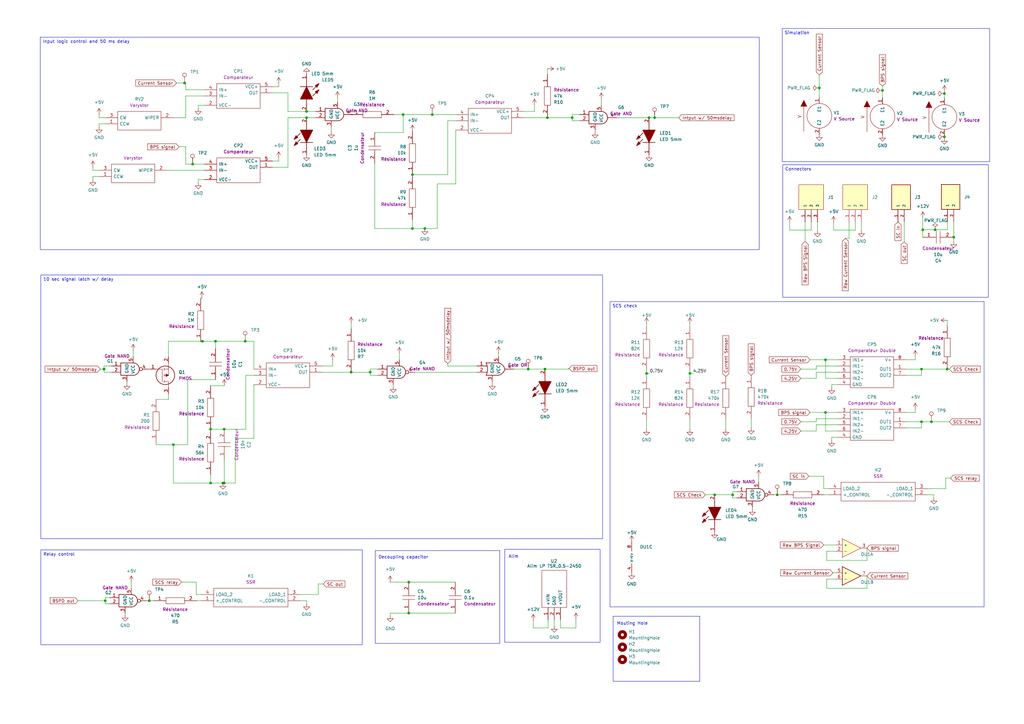
<source format=kicad_sch>
(kicad_sch (version 20231120) (generator "eeschema") (generator_version "8.0")
  (paper "A3")
  (title_block (title "BSPD") (date "2024-03-06") (company "EPSA"))
  (junction (at 300.482 202.946))
  (junction (at 71.12 182.372))
  (junction (at 125.73 45.72))
  (junction (at 100.584 139.954))
  (junction (at 382.016 172.974))
  (junction (at 83.058 139.954))
  (junction (at 167.64 251.46))
  (junction (at 282.956 153.162))
  (junction (at 177.292 46.99))
  (junction (at 169.164 93.726))
  (junction (at 88.392 139.954))
  (junction (at 378.46 94.234))
  (junction (at 266.192 48.26))
  (junction (at 268.478 48.26))
  (junction (at 387.35 56.134))
  (junction (at 86.36 198.12))
  (junction (at 383.54 94.234))
  (junction (at 338.582 147.574))
  (junction (at 377.952 172.974))
  (junction (at 91.948 198.12))
  (junction (at 42.672 151.384))
  (junction (at 91.44 198.12))
  (junction (at 151.892 152.654))
  (junction (at 391.16 97.282))
  (junction (at 293.116 202.946))
  (junction (at 144.018 152.654))
  (junction (at 387.35 38.354))
  (junction (at 169.164 71.628))
  (junction (at 361.95 37.084))
  (junction (at 125.73 48.26))
  (junction (at 223.52 151.384))
  (junction (at 216.662 151.384))
  (junction (at 234.696 48.26))
  (junction (at 336.042 36.068))
  (junction (at 43.18 246.38))
  (junction (at 224.536 48.26))
  (junction (at 377.952 151.384))
  (junction (at 174.244 93.726))
  (junction (at 265.176 153.162))
  (junction (at 338.582 169.164))
  (junction (at 165.354 46.99))
  (junction (at 388.493 151.384))
  (junction (at 86.36 176.022))
  (junction (at 78.994 67.31))
  (junction (at 91.948 176.022))
  (junction (at 75.692 34.036))
  (junction (at 167.64 238.76))
  (junction (at 61.214 246.38))
  (junction (at 318.77 202.946))
  (wire (pts (xy 83.058 139.954) (xy 88.392 139.954)))
  (wire (pts (xy 80.518 243.84) (xy 82.55 243.84)))
  (wire (pts (xy 40.64 46.99) (xy 40.64 48.26)))
  (wire (pts (xy 111.76 68.58) (xy 118.11 68.58)))
  (wire (pts (xy 186.944 53.34) (xy 186.944 75.438)))
  (wire (pts (xy 114.3 35.56) (xy 111.76 35.56)))
  (wire (pts (xy 378.46 94.234) (xy 378.46 89.408)))
  (wire (pts (xy 86.36 198.12) (xy 86.36 194.564)))
  (wire (pts (xy 186.944 75.438) (xy 179.324 75.438)))
  (wire (pts (xy 391.16 97.282) (xy 391.16 90.932)))
  (wire (pts (xy 234.696 46.99) (xy 234.696 48.26)))
  (wire (pts (xy 42.672 151.384) (xy 42.672 152.654)))
  (wire (pts (xy 216.662 151.384) (xy 210.82 151.384)))
  (wire (pts (xy 125.73 48.26) (xy 129.54 48.26)))
  (wire (pts (xy 125.73 45.72) (xy 129.54 45.72)))
  (wire (pts (xy 183.642 71.628) (xy 183.642 49.53)))
  (wire (pts (xy 74.422 238.76) (xy 80.518 238.76)))
  (wire (pts (xy 43.18 245.11) (xy 43.18 246.38)))
  (wire (pts (xy 38.1 68.58) (xy 38.1 69.85)))
  (wire (pts (xy 388.493 131.318) (xy 388.493 133.604)))
  (wire (pts (xy 300.482 204.216) (xy 302.26 204.216)))
  (wire (pts (xy 83.058 140.208) (xy 83.058 139.954)))
  (wire (pts (xy 82.804 122.428) (xy 82.804 122.174)))
  (wire (pts (xy 338.074 202.946) (xy 339.852 202.946)))
  (wire (pts (xy 136.398 150.114) (xy 132.08 150.114)))
  (wire (pts (xy 86.36 176.022) (xy 86.36 176.784)))
  (wire (pts (xy 78.994 67.31) (xy 83.82 67.31)))
  (wire (pts (xy 224.79 257.556) (xy 224.79 254.254)))
  (wire (pts (xy 169.164 93.726) (xy 169.164 90.17)))
  (wire (pts (xy 224.536 48.26) (xy 234.696 48.26)))
  (wire (pts (xy 111.76 38.1) (xy 118.11 38.1)))
  (wire (pts (xy 68.58 69.85) (xy 83.82 69.85)))
  (wire (pts (xy 229.87 257.556) (xy 229.87 254.254)))
  (wire (pts (xy 135.89 52.07) (xy 135.89 54.102)))
  (wire (pts (xy 265.176 151.892) (xy 265.176 153.162)))
  (wire (pts (xy 60.96 151.384) (xy 61.468 151.384)))
  (wire (pts (xy 82.296 122.428) (xy 82.804 122.428)))
  (wire (pts (xy 370.84 99.187) (xy 370.84 91.059)))
  (wire (pts (xy 91.948 176.022) (xy 100.838 176.022)))
  (wire (pts (xy 76.962 155.702) (xy 88.392 155.702)))
  (wire (pts (xy 88.392 143.002) (xy 88.392 139.954)))
  (wire (pts (xy 339.09 237.49) (xy 339.09 241.3)))
  (wire (pts (xy 183.642 49.53) (xy 186.944 49.53)))
  (wire (pts (xy 268.478 48.26) (xy 278.384 48.26)))
  (wire (pts (xy 71.12 182.372) (xy 71.12 198.12)))
  (wire (pts (xy 123.19 246.38) (xy 125.73 246.38)))
  (wire (pts (xy 387.858 196.088) (xy 389.89 196.088)))
  (wire (pts (xy 169.164 93.726) (xy 153.67 93.726)))
  (wire (pts (xy 308.102 171.704) (xy 308.102 175.514)))
  (wire (pts (xy 118.11 38.1) (xy 118.11 45.72)))
  (wire (pts (xy 218.694 257.556) (xy 224.79 257.556)))
  (wire (pts (xy 377.952 172.974) (xy 382.016 172.974)))
  (wire (pts (xy 387.35 37.592) (xy 387.35 38.354)))
  (wire (pts (xy 378.46 94.234) (xy 383.54 94.234)))
  (wire (pts (xy 234.696 49.53) (xy 237.744 49.53)))
  (wire (pts (xy 337.82 223.52) (xy 342.9 223.52)))
  (wire (pts (xy 219.202 43.18) (xy 219.202 45.72)))
  (wire (pts (xy 114.3 34.29) (xy 114.3 35.56)))
  (wire (pts (xy 383.54 94.234) (xy 388.62 94.234)))
  (wire (pts (xy 388.62 90.932) (xy 388.62 94.234)))
  (wire (pts (xy 80.772 246.38) (xy 82.55 246.38)))
  (wire (pts (xy 151.892 153.924) (xy 154.94 153.924)))
  (wire (pts (xy 170.18 152.654) (xy 195.58 152.654)))
  (wire (pts (xy 336.042 30.734) (xy 336.042 36.068)))
  (wire (pts (xy 86.36 198.12) (xy 71.12 198.12)))
  (wire (pts (xy 311.15 195.326) (xy 311.15 197.866)))
  (wire (pts (xy 76.962 182.372) (xy 71.12 182.372)))
  (wire (pts (xy 183.642 150.114) (xy 195.58 150.114)))
  (wire (pts (xy 82.296 140.208) (xy 83.058 140.208)))
  (wire (pts (xy 338.582 169.164) (xy 338.582 176.784)))
  (wire (pts (xy 337.82 200.406) (xy 339.852 200.406)))
  (wire (pts (xy 163.83 145.034) (xy 163.83 147.574)))
  (wire (pts (xy 336.042 36.068) (xy 336.042 39.878)))
  (wire (pts (xy 332.74 91.059) (xy 332.74 94.361)))
  (wire (pts (xy 227.33 254.254) (xy 227.33 256.794)))
  (wire (pts (xy 132.08 152.654) (xy 144.018 152.654)))
  (wire (pts (xy 38.1 69.85) (xy 40.64 69.85)))
  (wire (pts (xy 177.292 46.99) (xy 186.944 46.99)))
  (wire (pts (xy 236.22 257.556) (xy 229.87 257.556)))
  (wire (pts (xy 144.78 46.99) (xy 143.764 46.99)))
  (wire (pts (xy 377.952 153.924) (xy 371.602 153.924)))
  (wire (pts (xy 204.47 144.78) (xy 204.47 146.304)))
  (wire (pts (xy 265.176 153.162) (xy 265.176 154.432)))
  (wire (pts (xy 323.85 94.361) (xy 323.85 91.313)))
  (wire (pts (xy 160.02 238.76) (xy 167.64 238.76)))
  (wire (pts (xy 297.688 172.212) (xy 297.688 176.022)))
  (wire (pts (xy 161.29 157.734) (xy 161.29 158.496)))
  (wire (pts (xy 332.232 169.164) (xy 338.582 169.164)))
  (wire (pts (xy 282.956 132.842) (xy 282.956 134.112)))
  (wire (pts (xy 338.582 147.574) (xy 343.662 147.574)))
  (wire (pts (xy 167.64 251.46) (xy 186.69 251.46)))
  (wire (pts (xy 91.44 198.12) (xy 86.36 198.12)))
  (wire (pts (xy 341.884 94.361) (xy 350.774 94.361)))
  (wire (pts (xy 44.958 245.11) (xy 43.18 245.11)))
  (wire (pts (xy 165.354 54.356) (xy 153.67 54.356)))
  (wire (pts (xy 91.948 158.242) (xy 86.36 158.242)))
  (wire (pts (xy 383.032 202.946) (xy 383.032 204.216)))
  (wire (pts (xy 339.09 241.3) (xy 355.6 241.3)))
  (wire (pts (xy 265.176 153.162) (xy 266.446 153.162)))
  (wire (pts (xy 153.67 93.726) (xy 153.67 67.056)))
  (wire (pts (xy 361.95 37.084) (xy 361.95 40.132)))
  (wire (pts (xy 387.35 56.134) (xy 387.35 55.626)))
  (wire (pts (xy 69.088 139.954) (xy 83.058 139.954)))
  (wire (pts (xy 375.412 167.894) (xy 375.412 169.164)))
  (wire (pts (xy 377.952 175.514) (xy 371.602 175.514)))
  (wire (pts (xy 382.016 172.974) (xy 389.382 172.974)))
  (wire (pts (xy 371.602 172.974) (xy 377.952 172.974)))
  (wire (pts (xy 144.018 132.588) (xy 144.018 134.874)))
  (wire (pts (xy 104.14 157.734) (xy 104.14 179.832)))
  (wire (pts (xy 334.772 171.704) (xy 334.772 172.974)))
  (wire (pts (xy 45.72 150.114) (xy 42.672 150.114)))
  (wire (pts (xy 387.35 38.354) (xy 387.35 40.386)))
  (wire (pts (xy 334.772 151.384) (xy 328.422 151.384)))
  (wire (pts (xy 341.884 94.361) (xy 341.884 91.313)))
  (wire (pts (xy 387.858 200.406) (xy 380.492 200.406)))
  (wire (pts (xy 76.962 155.702) (xy 76.962 182.372)))
  (wire (pts (xy 91.948 198.12) (xy 91.44 198.12)))
  (wire (pts (xy 293.116 202.946) (xy 300.482 202.946)))
  (wire (pts (xy 375.412 147.574) (xy 371.602 147.574)))
  (wire (pts (xy 130.556 239.522) (xy 132.588 239.522)))
  (wire (pts (xy 54.61 143.764) (xy 54.61 146.304)))
  (wire (pts (xy 233.172 151.384) (xy 223.52 151.384)))
  (wire (pts (xy 334.772 152.654) (xy 334.772 155.194)))
  (wire (pts (xy 371.602 151.384) (xy 377.952 151.384)))
  (wire (pts (xy 355.6 229.87) (xy 355.6 224.79)))
  (wire (pts (xy 169.164 71.628) (xy 183.642 71.628)))
  (wire (pts (xy 342.9 237.49) (xy 339.09 237.49)))
  (wire (pts (xy 52.07 156.464) (xy 52.07 157.226)))
  (wire (pts (xy 179.324 75.438) (xy 179.324 93.726)))
  (wire (pts (xy 391.16 99.06) (xy 391.16 97.282)))
  (wire (pts (xy 43.18 50.8) (xy 40.64 50.8)))
  (wire (pts (xy 130.556 243.84) (xy 123.19 243.84)))
  (wire (pts (xy 40.64 72.39) (xy 38.1 72.39)))
  (wire (pts (xy 154.94 151.384) (xy 151.892 151.384)))
  (wire (pts (xy 114.3 66.04) (xy 111.76 66.04)))
  (wire (pts (xy 64.008 182.372) (xy 71.12 182.372)))
  (wire (pts (xy 125.73 246.38) (xy 125.73 247.65)))
  (wire (pts (xy 218.694 254.508) (xy 218.694 257.556)))
  (wire (pts (xy 81.28 73.66) (xy 81.28 74.93)))
  (wire (pts (xy 151.892 152.654) (xy 151.892 153.924)))
  (wire (pts (xy 42.672 152.654) (xy 45.72 152.654)))
  (wire (pts (xy 244.094 53.34) (xy 244.094 54.102)))
  (wire (pts (xy 334.772 174.244) (xy 334.772 176.784)))
  (wire (pts (xy 343.662 157.734) (xy 341.122 157.734)))
  (wire (pts (xy 61.214 246.38) (xy 62.992 246.38)))
  (wire (pts (xy 167.64 238.76) (xy 186.69 238.76)))
  (wire (pts (xy 69.088 163.83) (xy 64.008 163.83)))
  (wire (pts (xy 80.518 238.76) (xy 80.518 243.84)))
  (wire (pts (xy 343.662 176.784) (xy 338.582 176.784)))
  (wire (pts (xy 83.82 73.66) (xy 81.28 73.66)))
  (wire (pts (xy 377.952 151.384) (xy 377.952 153.924)))
  (wire (pts (xy 76.2 39.37) (xy 83.82 39.37)))
  (wire (pts (xy 343.662 152.654) (xy 334.772 152.654)))
  (wire (pts (xy 100.838 176.022) (xy 100.838 153.924)))
  (wire (pts (xy 377.952 151.384) (xy 388.493 151.384)))
  (wire (pts (xy 76.2 67.31) (xy 78.994 67.31)))
  (wire (pts (xy 83.82 43.18) (xy 81.28 43.18)))
  (wire (pts (xy 300.482 202.946) (xy 300.482 204.216)))
  (wire (pts (xy 339.09 226.06) (xy 339.09 229.87)))
  (wire (pts (xy 323.85 94.361) (xy 332.74 94.361)))
  (wire (pts (xy 51.308 251.46) (xy 51.308 252.222)))
  (wire (pts (xy 183.642 149.098) (xy 183.642 150.114)))
  (wire (pts (xy 100.838 153.924) (xy 104.14 153.924)))
  (wire (pts (xy 380.492 202.946) (xy 383.032 202.946)))
  (wire (pts (xy 169.164 71.628) (xy 169.164 72.39)))
  (wire (pts (xy 201.93 156.464) (xy 201.93 157.226)))
  (wire (pts (xy 377.952 172.974) (xy 377.952 175.514)))
  (wire (pts (xy 160.02 252.476) (xy 160.02 251.46)))
  (wire (pts (xy 104.14 179.832) (xy 96.52 179.832)))
  (wire (pts (xy 237.744 46.99) (xy 234.696 46.99)))
  (wire (pts (xy 96.52 198.12) (xy 91.948 198.12)))
  (wire (pts (xy 341.122 157.734) (xy 341.122 159.004)))
  (wire (pts (xy 339.09 229.87) (xy 355.6 229.87)))
  (wire (pts (xy 335.28 91.059) (xy 335.28 94.615)))
  (wire (pts (xy 300.482 201.676) (xy 300.482 202.946)))
  (wire (pts (xy 233.426 151.13) (xy 233.172 151.13)))
  (wire (pts (xy 317.5 202.946) (xy 318.77 202.946)))
  (wire (pts (xy 350.774 94.361) (xy 350.774 91.059)))
  (wire (pts (xy 76.2 48.26) (xy 71.12 48.26)))
  (wire (pts (xy 96.52 179.832) (xy 96.52 198.12)))
  (wire (pts (xy 378.46 97.282) (xy 378.46 94.234)))
  (wire (pts (xy 42.672 150.114) (xy 42.672 151.384)))
  (wire (pts (xy 343.662 155.194) (xy 338.582 155.194)))
  (wire (pts (xy 76.2 60.198) (xy 76.2 67.31)))
  (wire (pts (xy 72.39 34.036) (xy 75.692 34.036)))
  (wire (pts (xy 331.724 195.326) (xy 337.82 195.326)))
  (wire (pts (xy 88.392 139.954) (xy 100.584 139.954)))
  (wire (pts (xy 91.948 188.722) (xy 91.948 198.12)))
  (wire (pts (xy 223.52 151.384) (xy 216.662 151.384)))
  (wire (pts (xy 118.11 48.26) (xy 125.73 48.26)))
  (wire (pts (xy 334.772 176.784) (xy 328.422 176.784)))
  (wire (pts (xy 361.95 35.306) (xy 361.95 37.084)))
  (wire (pts (xy 136.398 147.574) (xy 136.398 150.114)))
  (wire (pts (xy 76.2 36.83) (xy 83.82 36.83)))
  (wire (pts (xy 334.772 150.114) (xy 343.662 150.114)))
  (wire (pts (xy 104.14 139.954) (xy 104.14 151.384)))
  (wire (pts (xy 330.2 91.059) (xy 330.2 99.06)))
  (wire (pts (xy 43.18 246.38) (xy 43.18 247.65)))
  (wire (pts (xy 355.6 241.3) (xy 355.6 236.22)))
  (wire (pts (xy 387.858 196.088) (xy 387.858 200.406)))
  (wire (pts (xy 375.412 146.304) (xy 375.412 147.574)))
  (wire (pts (xy 343.662 174.244) (xy 334.772 174.244)))
  (wire (pts (xy 308.61 208.026) (xy 308.61 208.788)))
  (wire (pts (xy 165.354 46.99) (xy 177.292 46.99)))
  (wire (pts (xy 75.692 34.036) (xy 76.2 34.036)))
  (wire (pts (xy 337.82 195.326) (xy 337.82 200.406)))
  (wire (pts (xy 318.77 202.946) (xy 320.294 202.946)))
  (wire (pts (xy 353.314 91.059) (xy 353.314 94.615)))
  (wire (pts (xy 334.772 172.974) (xy 328.422 172.974)))
  (wire (pts (xy 38.1 72.39) (xy 38.1 73.66)))
  (wire (pts (xy 179.324 93.726) (xy 174.244 93.726)))
  (wire (pts (xy 387.35 56.642) (xy 387.35 56.134)))
  (wire (pts (xy 118.11 48.26) (xy 118.11 68.58)))
  (wire (pts (xy 302.26 201.676) (xy 300.482 201.676)))
  (wire (pts (xy 375.412 169.164) (xy 371.602 169.164)))
  (wire (pts (xy 341.63 234.95) (xy 342.9 234.95)))
  (wire (pts (xy 282.956 153.162) (xy 284.226 153.162)))
  (wire (pts (xy 234.696 48.26) (xy 234.696 49.53)))
  (wire (pts (xy 338.582 147.574) (xy 338.582 155.194)))
  (wire (pts (xy 266.192 48.26) (xy 268.478 48.26)))
  (wire (pts (xy 338.582 169.164) (xy 343.662 169.164)))
  (wire (pts (xy 76.2 34.036) (xy 76.2 36.83)))
  (wire (pts (xy 73.406 60.198) (xy 76.2 60.198)))
  (wire (pts (xy 219.202 45.72) (xy 214.884 45.72)))
  (wire (pts (xy 282.956 151.892) (xy 282.956 153.162)))
  (wire (pts (xy 114.3 64.77) (xy 114.3 66.04)))
  (wire (pts (xy 265.176 132.842) (xy 265.176 134.112)))
  (wire (pts (xy 60.198 246.38) (xy 61.214 246.38)))
  (wire (pts (xy 334.772 171.704) (xy 343.662 171.704)))
  (wire (pts (xy 144.018 152.654) (xy 151.892 152.654)))
  (wire (pts (xy 41.148 151.384) (xy 42.672 151.384)))
  (wire (pts (xy 282.956 172.212) (xy 282.956 176.022)))
  (wire (pts (xy 332.232 147.574) (xy 338.582 147.574)))
  (wire (pts (xy 334.772 155.194) (xy 328.422 155.194)))
  (wire (pts (xy 165.354 54.356) (xy 165.354 46.99)))
  (wire (pts (xy 53.848 238.76) (xy 53.848 241.3)))
  (wire (pts (xy 40.64 50.8) (xy 40.64 52.07)))
  (wire (pts (xy 81.28 43.18) (xy 81.28 44.45)))
  (wire (pts (xy 343.662 179.324) (xy 341.122 179.324)))
  (wire (pts (xy 40.64 48.26) (xy 43.18 48.26)))
  (wire (pts (xy 151.892 151.384) (xy 151.892 152.654)))
  (wire (pts (xy 233.172 151.13) (xy 233.172 151.384)))
  (wire (pts (xy 76.2 39.37) (xy 76.2 48.26)))
  (wire (pts (xy 214.884 48.26) (xy 224.536 48.26)))
  (wire (pts (xy 348.234 97.79) (xy 346.71 97.79)))
  (wire (pts (xy 342.9 226.06) (xy 339.09 226.06)))
  (wire (pts (xy 130.556 239.522) (xy 130.556 243.84)))
  (wire (pts (xy 86.36 176.022) (xy 91.948 176.022)))
  (wire (pts (xy 341.122 179.324) (xy 341.122 180.594)))
  (wire (pts (xy 236.22 254) (xy 236.22 257.556)))
  (wire (pts (xy 388.493 151.384) (xy 389.382 151.384)))
  (wire (pts (xy 32.004 246.38) (xy 43.18 246.38)))
  (wire (pts (xy 282.956 153.162) (xy 282.956 154.432)))
  (wire (pts (xy 246.634 40.64) (xy 246.634 43.18)))
  (wire (pts (xy 64.008 182.372) (xy 64.008 181.61)))
  (wire (pts (xy 118.11 45.72) (xy 125.73 45.72)))
  (wire (pts (xy 100.584 139.954) (xy 104.14 139.954)))
  (wire (pts (xy 252.984 48.26) (xy 266.192 48.26)))
  (wire (pts (xy 43.18 247.65) (xy 44.958 247.65)))
  (wire (pts (xy 174.244 93.726) (xy 169.164 93.726)))
  (wire (pts (xy 265.176 172.212) (xy 265.176 176.022)))
  (wire (pts (xy 69.088 139.954) (xy 69.088 146.304)))
  (wire (pts (xy 160.02 251.46) (xy 167.64 251.46)))
  (wire (pts (xy 138.43 40.132) (xy 138.43 41.91)))
  (wire (pts (xy 165.354 46.99) (xy 161.544 46.99)))
  (wire (pts (xy 348.234 91.059) (xy 348.234 97.79)))
  (wire (pts (xy 224.536 28.194) (xy 224.536 30.48)))
  (wire (pts (xy 69.088 161.544) (xy 69.088 163.83)))
  (wire (pts (xy 334.772 150.114) (xy 334.772 151.384)))
  (wire (pts (xy 289.306 202.946) (xy 293.116 202.946)))
  (rectangle (start 207.01 225.298) (end 246.126 263.398))
  (rectangle (start 251.46 252.73) (end 287.02 279.4))
  (rectangle (start 153.924 225.806) (end 204.978 263.906))
  (rectangle (start 214.376 230.124) (end 214.376 230.124))
  (text_box "Relay control\n" (at 16.764 225.552 0) (size 131.826 38.862) (effects (font (size 1.27 1.27)) (justify left top)))
  (text_box "10 sec signal latch w/ delay" (at 16.764 112.776 0) (size 230.378 108.204) (effects (font (size 1.27 1.27)) (justify left top)))
  (text_box "Connectors\n" (at 321.056 67.564 0) (size 84.328 54.356) (effects (font (size 1.27 1.27)) (justify left top)))
  (text_box "SCS check\n" (at 250.19 123.698 0) (size 153.416 125.222) (effects (font (size 1.27 1.27)) (justify left top)))
  (text_box "Simulation" (at 320.802 11.684 0) (size 85.09 54.61) (effects (font (size 1.27 1.27)) (justify left top)))
  (text_box "Input logic control and 50 ms delay " (at 16.51 15.24 0) (size 294.894 87.122) (effects (font (size 1.27 1.27)) (justify left top)))
  (text "Alim\n" (at 208.534 229.108 0) (effects (font (size 1.27 1.27)) (justify left bottom)))
  (text "Mouting Hole\n" (at 252.984 256.54 0) (effects (font (size 1.27 1.27)) (justify left bottom)))
  (text "Decoupling capacitor" (at 155.194 229.362 0) (effects (font (size 1.27 1.27)) (justify left bottom)))
  (label "4.25V" (at 284.226 153.162 0))
  (label "0.75V" (at 266.446 153.162 0))
  (global_label "SC out" (shape input) (at 132.588 239.522 0) (property "Intersheetrefs" "${INTERSHEET_REFS}" (effects (hide yes))))
  (global_label "SCS relay" (shape input) (at 74.422 238.76 180) (property "Intersheetrefs" "${INTERSHEET_REFS}" (effects (hide yes))))
  (global_label "SCS relay" (shape input) (at 389.89 196.088 0) (property "Intersheetrefs" "${INTERSHEET_REFS}" (effects (hide yes))))
  (global_label "Raw BPS Signal" (shape input) (at 330.2 99.06 270) (property "Intersheetrefs" "${INTERSHEET_REFS}" (effects (hide yes))))
  (global_label "Intput w{slash} 50msdelay" (shape input) (at 278.384 48.26 0) (property "Intersheetrefs" "${INTERSHEET_REFS}" (effects (hide yes))))
  (global_label "Current Sensor" (shape input) (at 72.39 34.036 180) (property "Intersheetrefs" "${INTERSHEET_REFS}" (effects (hide yes))))
  (global_label "Raw Current Sensor" (shape input) (at 341.63 234.95 180) (property "Intersheetrefs" "${INTERSHEET_REFS}" (effects (hide yes))))
  (global_label "BPS signal" (shape input) (at 361.95 35.306 90) (property "Intersheetrefs" "${INTERSHEET_REFS}" (effects (hide yes))))
  (global_label "SCS Check" (shape input) (at 389.382 151.384 0) (property "Intersheetrefs" "${INTERSHEET_REFS}" (effects (hide yes))))
  (global_label "0.75V" (shape input) (at 328.422 151.384 180) (property "Intersheetrefs" "${INTERSHEET_REFS}" (effects (hide yes))))
  (global_label "SC out" (shape input) (at 370.84 99.187 270) (property "Intersheetrefs" "${INTERSHEET_REFS}" (effects (hide yes))))
  (global_label "BPS signal" (shape input) (at 332.232 169.164 180) (property "Intersheetrefs" "${INTERSHEET_REFS}" (effects (hide yes))))
  (global_label "Current Sensor" (shape input) (at 297.688 154.432 90) (property "Intersheetrefs" "${INTERSHEET_REFS}" (effects (hide yes))))
  (global_label "BPS signal" (shape input) (at 73.406 60.198 180) (property "Intersheetrefs" "${INTERSHEET_REFS}" (effects (hide yes))))
  (global_label "0.75V" (shape input) (at 328.422 172.974 180) (property "Intersheetrefs" "${INTERSHEET_REFS}" (effects (hide yes))))
  (global_label "Raw BPS Signal" (shape input) (at 337.82 223.52 180) (property "Intersheetrefs" "${INTERSHEET_REFS}" (effects (hide yes))))
  (global_label "SC in" (shape input) (at 368.3 91.059 270) (property "Intersheetrefs" "${INTERSHEET_REFS}" (effects (hide yes))))
  (global_label "4.25V" (shape input) (at 328.422 176.784 180) (property "Intersheetrefs" "${INTERSHEET_REFS}" (effects (hide yes))))
  (global_label "Current Sensor" (shape input) (at 336.042 30.734 90) (property "Intersheetrefs" "${INTERSHEET_REFS}" (effects (hide yes))))
  (global_label "SCS Check" (shape input) (at 389.382 172.974 0) (property "Intersheetrefs" "${INTERSHEET_REFS}" (effects (hide yes))))
  (global_label "Current Sensor" (shape input) (at 332.232 147.574 180) (property "Intersheetrefs" "${INTERSHEET_REFS}" (effects (hide yes))))
  (global_label "BSPD out" (shape input) (at 233.426 151.13 0) (property "Intersheetrefs" "${INTERSHEET_REFS}" (effects (hide yes))))
  (global_label "4.25V" (shape input) (at 328.422 155.194 180) (property "Intersheetrefs" "${INTERSHEET_REFS}" (effects (hide yes))))
  (global_label "SCS Check" (shape input) (at 289.306 202.946 180) (property "Intersheetrefs" "${INTERSHEET_REFS}" (effects (hide yes))))
  (global_label "BPS signal" (shape input) (at 355.6 224.79 0) (property "Intersheetrefs" "${INTERSHEET_REFS}" (effects (hide yes))))
  (global_label "Intput w{slash} 50msdelay" (shape input) (at 183.642 149.098 90) (property "Intersheetrefs" "${INTERSHEET_REFS}" (effects (hide yes))))
  (global_label "SC in" (shape input) (at 331.724 195.326 180) (property "Intersheetrefs" "${INTERSHEET_REFS}" (effects (hide yes))))
  (global_label "BPS signal" (shape input) (at 308.102 153.924 90) (property "Intersheetrefs" "${INTERSHEET_REFS}" (effects (hide yes))))
  (global_label "Intput w{slash} 50msdelay" (shape input) (at 41.148 151.384 180) (property "Intersheetrefs" "${INTERSHEET_REFS}" (effects (hide yes))))
  (global_label "Current Sensor" (shape input) (at 355.6 236.22 0) (property "Intersheetrefs" "${INTERSHEET_REFS}" (effects (hide yes))))
  (global_label "Raw Current Sensor" (shape input) (at 346.71 97.79 270) (property "Intersheetrefs" "${INTERSHEET_REFS}" (effects (hide yes))))
  (global_label "BSPD out" (shape input) (at 32.004 246.38 180) (property "Intersheetrefs" "${INTERSHEET_REFS}" (effects (hide yes))))
  (symbol (lib_id "EPSA_lib:TestPoint") (at 216.662 151.384 0) (unit 1) (exclude_from_sim yes)
    (property "Reference" "TP6" (at 218.948 146.812 0) (effects (justify left)))
    (property "Value" "${SIM.PARAMS}" (effects (hide yes)))
    (property "Footprint" "TestPoint:TestPoint_Pad_D2.0mm" (effects (hide yes)))
    (property "Sim.Pins" "1=1" (effects (hide yes)))
    (property "Sim.Device" "SPICE" (effects (hide yes)))
    (property "Sim.Params" "type=\"R\" model=\"TestPoint\" lib=\"\"" (effects (hide yes)))
  )
  (symbol (lib_id "EPSA_lib:Résistance RK73H2BLTDD2152F") (at 143.764 46.99 0) (unit 1)
    (property "Reference" "R6" (at 152.654 37.846 0))
    (property "Value" "1M" (at 152.654 40.386 0))
    (property "Footprint" "EPSA_lib:RESC3216X70N" (effects (hide yes)))
    (property "Datasheet" "http://www.koaspeer.com/catimages/Products/RK73H/RK73H.pdf" (effects (hide yes)))
    (property "Description" "Thick Film Resistors - SMD" (effects (hide yes)))
    (property "Sim.Pins" "1=+ 2=-" (effects (hide yes)))
    (property "Sim.Device" "R" (effects (hide yes)))
    (property "Height" "0.7" (effects (hide yes)))
    (property "Manufacturer_Name" "KOA Speer" (effects (hide yes)))
    (property "Manufacturer_Part_Number" "RK73H2BLTDD2152F" (effects (hide yes)))
    (property "Mouser Part Number" "N/A" (effects (hide yes)))
    (property "Mouser Price/Stock" "https://www.mouser.co.uk/ProductDetail/KOA-Speer/RK73H2BLTDD2152F?qs=WeIALVmW3zmyxMFsjVzMRw%3D%3D" (effects (hide yes)))
    (property "Render Name" "Résistance" (at 152.654 42.926 0))
  )
  (symbol (lib_id "power:PWR_FLAG") (at 387.35 38.354 90) (unit 1)
    (property "Reference" "#FLG04" (effects (hide yes)))
    (property "Value" "PWR_FLAG" (at 383.794 38.354 90) (effects (justify left)))
  )
  (symbol (lib_id "power:GND") (at 91.44 198.12 0) (unit 1)
    (property "Reference" "#PWR013" (effects (hide yes)))
    (property "Value" "GND" (at 91.44 202.438 0))
  )
  (symbol (lib_id "power:+5V") (at 38.1 68.58 0) (unit 1)
    (property "Reference" "#PWR01" (effects (hide yes)))
    (property "Value" "+5V" (at 38.1 63.5 0))
  )
  (symbol (lib_id "EPSA_Lib:Opamp_Dual") (at 345.44 236.22 0) (unit 2)
    (property "Reference" "DU1" (at 353.06 238.76 0) (effects (justify left)))
    (property "Value" "Opamp_Dual" (effects (hide yes)))
    (property "Footprint" "Package_SO:TSSOP-8_4.4x3mm_P0.65mm" (effects (hide yes)))
    (property "Datasheet" "https://www.ti.com/lit/gpn/tlv9064-q1" (effects (hide yes)))
    (property "Description" "Dual operational amplifier" (effects (hide yes)))
    (property "Manufacturer_Name" "Texas Instruments" (effects (hide yes)))
    (property "Manufacturer_Part_Number" "TLV9062QPWRQ1 " (effects (hide yes)))
    (property "Mouser Part Number" "595-TLV9062QPWRQ1 " (effects (hide yes)))
  )
  (symbol (lib_id "EPSA_lib:Résistance RK73H2BLTDD2152F") (at 169.164 90.17 270) (mirror x) (unit 1)
    (property "Reference" "R9" (at 166.624 78.74 90) (effects (justify right)))
    (property "Value" "47k" (at 166.624 81.28 90) (effects (justify right)))
    (property "Footprint" "EPSA_lib:RESC3216X70N" (effects (hide yes)))
    (property "Datasheet" "http://www.koaspeer.com/catimages/Products/RK73H/RK73H.pdf" (effects (hide yes)))
    (property "Description" "Thick Film Resistors - SMD" (effects (hide yes)))
    (property "Sim.Pins" "1=+ 2=-" (effects (hide yes)))
    (property "Sim.Device" "R" (effects (hide yes)))
    (property "Height" "0.7" (effects (hide yes)))
    (property "Manufacturer_Name" "KOA Speer" (effects (hide yes)))
    (property "Manufacturer_Part_Number" "RK73H2BLTDD2152F" (effects (hide yes)))
    (property "Mouser Part Number" "N/A" (effects (hide yes)))
    (property "Mouser Price/Stock" "https://www.mouser.co.uk/ProductDetail/KOA-Speer/RK73H2BLTDD2152F?qs=WeIALVmW3zmyxMFsjVzMRw%3D%3D" (effects (hide yes)))
    (property "Render Name" "Résistance" (at 166.624 83.82 90) (effects (justify right)))
  )
  (symbol (lib_id "power:PWR_FLAG") (at 387.35 56.134 90) (unit 1)
    (property "Reference" "#FLG05" (effects (hide yes)))
    (property "Value" "PWR_FLAG" (at 383.794 56.134 90) (effects (justify left)))
  )
  (symbol (lib_id "power:+5V") (at 144.018 132.588 0) (unit 1)
    (property "Reference" "#PWR019" (effects (hide yes)))
    (property "Value" "+5V" (at 146.558 131.3179 0) (effects (justify left)))
  )
  (symbol (lib_id "power:+5V") (at 163.83 145.034 0) (unit 1)
    (property "Reference" "#PWR023" (effects (hide yes)))
    (property "Value" "+5V" (at 163.83 140.462 0))
  )
  (symbol (lib_id "EPSA_lib:Résistance RK73H2BLTDD2152F") (at 86.36 176.022 270) (mirror x) (unit 1)
    (property "Reference" "R3" (at 83.82 164.592 90) (effects (justify right)))
    (property "Value" "10k" (at 83.82 167.132 90) (effects (justify right)))
    (property "Footprint" "EPSA_lib:RESC3216X70N" (effects (hide yes)))
    (property "Datasheet" "http://www.koaspeer.com/catimages/Products/RK73H/RK73H.pdf" (effects (hide yes)))
    (property "Description" "Thick Film Resistors - SMD" (effects (hide yes)))
    (property "Sim.Pins" "1=+ 2=-" (effects (hide yes)))
    (property "Sim.Device" "R" (effects (hide yes)))
    (property "Height" "0.7" (effects (hide yes)))
    (property "Manufacturer_Name" "KOA Speer" (effects (hide yes)))
    (property "Manufacturer_Part_Number" "RK73H2BLTDD2152F" (effects (hide yes)))
    (property "Mouser Part Number" "N/A" (effects (hide yes)))
    (property "Mouser Price/Stock" "https://www.mouser.co.uk/ProductDetail/KOA-Speer/RK73H2BLTDD2152F?qs=WeIALVmW3zmyxMFsjVzMRw%3D%3D" (effects (hide yes)))
    (property "Render Name" "Résistance" (at 83.82 169.672 90) (effects (justify right)))
  )
  (symbol (lib_id "EPSA_Lib:Opamp_Dual") (at 259.08 228.6 0) (unit 3)
    (property "Reference" "DU1" (at 262.382 224.282 0) (effects (justify left)))
    (property "Value" "Opamp_Dual" (effects (hide yes)))
    (property "Footprint" "Package_SO:TSSOP-8_4.4x3mm_P0.65mm" (effects (hide yes)))
    (property "Datasheet" "https://www.ti.com/lit/gpn/tlv9064-q1" (effects (hide yes)))
    (property "Description" "Dual operational amplifier" (effects (hide yes)))
    (property "Manufacturer_Name" "Texas Instruments" (effects (hide yes)))
    (property "Manufacturer_Part_Number" "TLV9062QPWRQ1 " (effects (hide yes)))
    (property "Mouser Part Number" "595-TLV9062QPWRQ1 " (effects (hide yes)))
  )
  (symbol (lib_name "Résistance RK73H2BLTDD2152F_1") (lib_id "EPSA_lib:Résistance RK73H2BLTDD2152F") (at 320.294 202.946 0) (mirror x) (unit 1)
    (property "Reference" "R15" (at 329.184 211.582 0))
    (property "Value" "470" (at 329.184 209.042 0))
    (property "Footprint" "EPSA_lib:RESC3216X70N" (effects (hide yes)))
    (property "Datasheet" "http://www.koaspeer.com/catimages/Products/RK73H/RK73H.pdf" (effects (hide yes)))
    (property "Description" "Thick Film Resistors - SMD" (effects (hide yes)))
    (property "Sim.Pins" "1=+ 2=-" (effects (hide yes)))
    (property "Sim.Device" "R" (effects (hide yes)))
    (property "Height" "0.7" (effects (hide yes)))
    (property "Manufacturer_Name" "KOA Speer" (effects (hide yes)))
    (property "Manufacturer_Part_Number" "RK73H2BLTDD2152F" (effects (hide yes)))
    (property "Mouser Part Number" "N/A" (effects (hide yes)))
    (property "Mouser Price/Stock" "https://www.mouser.co.uk/ProductDetail/KOA-Speer/RK73H2BLTDD2152F?qs=WeIALVmW3zmyxMFsjVzMRw%3D%3D" (effects (hide yes)))
    (property "Render Name" "Résistance" (at 329.184 206.502 0))
  )
  (symbol (lib_id "power:+5V") (at 91.948 158.242 0) (unit 1)
    (property "Reference" "#PWR014" (effects (hide yes)))
    (property "Value" "+5V" (at 91.948 153.67 0))
  )
  (symbol (lib_id "power:GND") (at 391.16 99.06 0) (unit 1)
    (property "Reference" "#PWR055" (effects (hide yes)))
    (property "Value" "GND" (at 391.16 103.378 0))
  )
  (symbol (lib_id "power:GND") (at 81.28 44.45 0) (unit 1)
    (property "Reference" "#PWR07" (effects (hide yes)))
    (property "Value" "GND" (at 81.28 48.768 0))
  )
  (symbol (lib_id "power:+5V") (at 388.493 131.318 90) (mirror x) (unit 1)
    (property "Reference" "#PWR054" (effects (hide yes)))
    (property "Value" "+5V" (at 385.191 131.318 90) (effects (justify left)))
  )
  (symbol (lib_id "EPSA_lib:TestPoint") (at 382.016 172.974 0) (unit 1) (exclude_from_sim yes)
    (property "Reference" "TP9" (at 384.302 168.402 0) (effects (justify left)))
    (property "Value" "${SIM.PARAMS}" (effects (hide yes)))
    (property "Footprint" "TestPoint:TestPoint_Pad_D2.0mm" (effects (hide yes)))
    (property "Sim.Pins" "1=1" (effects (hide yes)))
    (property "Sim.Device" "SPICE" (effects (hide yes)))
    (property "Sim.Params" "type=\"R\" model=\"TestPoint\" lib=\"\"" (effects (hide yes)))
  )
  (symbol (lib_id "EPSA_lib:3P Droit 22-11-2032") (at 332.74 80.899 90) (unit 1) (exclude_from_sim yes)
    (property "Reference" "J1" (at 339.598 80.899 90) (effects (justify right)))
    (property "Value" "3P Droit 22-11-2032" (effects (hide yes)))
    (property "Footprint" "EPSA_lib:MOLEX_22-11-2032" (effects (hide yes)))
    (property "Datasheet" "https://www.molex.com/en-us/products/part-detail/22112032?display=pdf" (effects (hide yes)))
    (property "Height" "10.66mm" (effects (hide yes)))
    (property "Render Name" "3P Droit" (effects (hide yes)))
    (property "Manufacturer_Name" "Molex" (effects (hide yes)))
    (property "Manufacturer_Part_Number" "22-11-2032" (effects (hide yes)))
    (property "Mouser Part Number" "538-22-11-2032" (effects (hide yes)))
    (property "Mouser Price/Stock" "https://www.mouser.fr/ProductDetail/Molex/22-11-2032?qs=KHty%2FoMxDPke3knj%252BlB5Gw%3D%3D" (effects (hide yes)))
  )
  (symbol (lib_id "EPSA_lib:Condensateur 0805Y1000104JXT") (at 88.392 155.702 270) (mirror x) (unit 1)
    (property "Reference" "C1" (at 98.552 149.352 0))
    (property "Value" "10u" (at 96.012 149.352 0))
    (property "Footprint" "Capacitor_THT:CP_Radial_D5.0mm_P2.00mm" (effects (hide yes)))
    (property "Datasheet" "http://docs-europe.electrocomponents.com/webdocs/119d/0900766b8119d7bc.pdf" (effects (hide yes)))
    (property "Description" "Syfer 0805 Ceramic Chip Capacitors" (effects (hide yes)))
    (property "Sim.Pins" "1=+ 2=-" (effects (hide yes)))
    (property "Sim.Device" "C" (effects (hide yes)))
    (property "Height" "1.3" (effects (hide yes)))
    (property "Manufacturer_Name" "Syfer" (effects (hide yes)))
    (property "Manufacturer_Part_Number" "0805Y1000104JXT" (effects (hide yes)))
    (property "Render Name" "Condensateur" (at 93.472 149.352 0))
  )
  (symbol (lib_id "power:GND") (at 135.89 54.102 0) (unit 1)
    (property "Reference" "#PWR016" (effects (hide yes)))
    (property "Value" "GND" (at 135.89 58.42 0))
  )
  (symbol (lib_id "power:+5V") (at 138.43 40.132 0) (unit 1)
    (property "Reference" "#PWR017" (effects (hide yes)))
    (property "Value" "+5V" (at 138.43 35.56 0))
  )
  (symbol (lib_id "power:+12V") (at 378.46 89.408 0) (unit 1)
    (property "Reference" "#PWR056" (effects (hide yes)))
    (property "Value" "+12V" (at 378.46 84.582 0))
  )
  (symbol (lib_id "power:PWR_FLAG") (at 383.54 94.234 0) (unit 1)
    (property "Reference" "#FLG01" (effects (hide yes)))
    (property "Value" "PWR_FLAG" (at 383.794 90.424 0))
  )
  (symbol (lib_id "power:GND") (at 38.1 73.66 0) (unit 1)
    (property "Reference" "#PWR02" (effects (hide yes)))
    (property "Value" "GND" (at 38.1 77.978 0))
  )
  (symbol (lib_id "EPSA_lib:LED 5mm") (at 293.116 218.186 90) (unit 1)
    (property "Reference" "LED4" (at 297.434 209.296 90) (effects (justify right)))
    (property "Value" "LED 5mm" (at 297.434 211.836 90) (effects (justify right)))
    (property "Footprint" "EPSA_lib:4302H55V" (effects (hide yes)))
    (property "Datasheet" "https://datasheet.datasheetarchive.com/originals/distributors/Datasheets_SAMA/a41ef812660e98d4a989505f94662604.pdf" (effects (hide yes)))
    (property "Height" "9.06" (effects (hide yes)))
    (property "Mouser Part Number" "606-4302H5-5V" (effects (hide yes)))
    (property "Mouser Price/Stock" "https://www.mouser.co.uk/ProductDetail/VCC/4302H5-5V?qs=qp111mKzDjjxM5ex4WzyIw%3D%3D" (effects (hide yes)))
    (property "Manufacturer_Name" "Visual Communications Company" (effects (hide yes)))
    (property "Manufacturer_Part_Number" "4302H5-5V" (effects (hide yes)))
  )
  (symbol (lib_id "EPSA_lib:LED 5mm") (at 125.73 63.5 90) (unit 1)
    (property "Reference" "LED3" (at 128.778 60.96 90) (effects (justify right)))
    (property "Value" "LED 5mm" (at 128.778 63.5 90) (effects (justify right)))
    (property "Footprint" "EPSA_lib:4302H55V" (effects (hide yes)))
    (property "Datasheet" "https://datasheet.datasheetarchive.com/originals/distributors/Datasheets_SAMA/a41ef812660e98d4a989505f94662604.pdf" (effects (hide yes)))
    (property "Height" "9.06" (effects (hide yes)))
    (property "Mouser Part Number" "606-4302H5-5V" (effects (hide yes)))
    (property "Mouser Price/Stock" "https://www.mouser.co.uk/ProductDetail/VCC/4302H5-5V?qs=qp111mKzDjjxM5ex4WzyIw%3D%3D" (effects (hide yes)))
    (property "Manufacturer_Name" "Visual Communications Company" (effects (hide yes)))
    (property "Manufacturer_Part_Number" "4302H5-5V" (effects (hide yes)))
  )
  (symbol (lib_id "EPSA_lib:Résistance RK73H2BLTDD2152F") (at 82.296 140.208 270) (mirror x) (unit 1)
    (property "Reference" "R2" (at 79.756 128.778 90) (effects (justify right)))
    (property "Value" "1M" (at 79.756 131.318 90) (effects (justify right)))
    (property "Footprint" "EPSA_lib:RESC3216X70N" (effects (hide yes)))
    (property "Datasheet" "http://www.koaspeer.com/catimages/Products/RK73H/RK73H.pdf" (effects (hide yes)))
    (property "Description" "Thick Film Resistors - SMD" (effects (hide yes)))
    (property "Sim.Pins" "1=+ 2=-" (effects (hide yes)))
    (property "Sim.Device" "R" (effects (hide yes)))
    (property "Height" "0.7" (effects (hide yes)))
    (property "Manufacturer_Name" "KOA Speer" (effects (hide yes)))
    (property "Manufacturer_Part_Number" "RK73H2BLTDD2152F" (effects (hide yes)))
    (property "Mouser Part Number" "N/A" (effects (hide yes)))
    (property "Mouser Price/Stock" "https://www.mouser.co.uk/ProductDetail/KOA-Speer/RK73H2BLTDD2152F?qs=WeIALVmW3zmyxMFsjVzMRw%3D%3D" (effects (hide yes)))
    (property "Render Name" "Résistance" (at 79.756 133.858 90) (effects (justify right)))
  )
  (symbol (lib_id "power:GND") (at 201.93 157.226 0) (unit 1)
    (property "Reference" "#PWR027" (effects (hide yes)))
    (property "Value" "GND" (at 201.93 161.544 0))
  )
  (symbol (lib_id "EPSA_lib:Gate NAND SN74AHCT1G00DBVR") (at 49.53 151.384 0) (unit 1)
    (property "Reference" "G1" (at 45.212 148.082 0))
    (property "Value" "Gate NAND SN74AHCT1G00DBVR" (effects (hide yes)))
    (property "Footprint" "EPSA_lib:SOT95P280X145-5N" (effects (hide yes)))
    (property "Datasheet" "http://www.ti.com/lit/gpn/sn74ahct1g00" (effects (hide yes)))
    (property "Description" "Single 2-Input Positive-NAND Gate" (effects (hide yes)))
    (property "Sim.Pins" "4=1 1=2 2=3 5=4 3=5" (effects (hide yes)))
    (property "Sim.Device" "SPICE" (effects (hide yes)))
    (property "Sim.Params" "type=\"X\" model=\"SN74AHCT1G00\" lib=\"${EPSA}\\SpiceModel\\NAND_SN74AHCT1G00.lib\"" (effects (hide yes)))
    (property "Height" "1.45" (effects (hide yes)))
    (property "Manufacturer_Name" "Texas Instruments" (effects (hide yes)))
    (property "Manufacturer_Part_Number" "SN74AHCT1G00DBVR" (effects (hide yes)))
    (property "Mouser Part Number" "595-SN74AHCT1G00DBVR" (effects (hide yes)))
    (property "Mouser Price/Stock" "https://www.mouser.co.uk/ProductDetail/Texas-Instruments/SN74AHCT1G00DBVR?qs=w32V8uFkMxnwwXcMH%2F61Dg%3D%3D" (effects (hide yes)))
    (property "Arrow Part Number" "SN74AHCT1G00DBVR" (effects (hide yes)))
    (property "Arrow Price/Stock" "https://www.arrow.com/en/products/sn74ahct1g00dbvr/texas-instruments" (effects (hide yes)))
    (property "Render Name" "Gate NAND" (at 48.006 146.05 0))
  )
  (symbol (lib_id "EPSA_lib:Gate AND SN74AHCT1G08DBVR") (at 241.554 48.26 0) (unit 1)
    (property "Reference" "G6" (at 254.762 44.0691 0))
    (property "Value" "Gate AND SN74AHCT1G08DBVR" (effects (hide yes)))
    (property "Footprint" "EPSA_lib:SOT95P280X145-5N" (effects (hide yes)))
    (property "Datasheet" "https://datasheet.datasheetarchive.com/originals/distributors/SFDatasheet-6/sf-000128638.pdf" (effects (hide yes)))
    (property "Description" "SN74AHCT1G08DBVR, Logic Gate 2 Input AND, AHCT, 8mA 5V 5-Pin SOT-23" (effects (hide yes)))
    (property "Sim.Pins" "4=1 1=2 2=3 5=4 3=5" (effects (hide yes)))
    (property "Sim.Device" "SPICE" (effects (hide yes)))
    (property "Sim.Params" "type=\"X\" model=\"SN74AHC1G08\" lib=\"${EPSA}\\SpiceModel\\AND_SN74AHC1G08.lib\"" (effects (hide yes)))
    (property "Height" "1.45" (effects (hide yes)))
    (property "Manufacturer_Name" "Texas Instruments" (effects (hide yes)))
    (property "Manufacturer_Part_Number" "SN74AHCT1G08DBVR" (effects (hide yes)))
    (property "Mouser Part Number" "595-SN74AHCT1G08DBVR" (effects (hide yes)))
    (property "Mouser Price/Stock" "https://www.mouser.co.uk/ProductDetail/Texas-Instruments/SN74AHCT1G08DBVR?qs=8Pd2FuFSoMGY9AK%2Ftqwbcw%3D%3D" (effects (hide yes)))
    (property "Arrow Part Number" "SN74AHCT1G08DBVR" (effects (hide yes)))
    (property "Arrow Price/Stock" "https://www.arrow.com/en/products/sn74ahct1g08dbvr/texas-instruments?region=nac" (effects (hide yes)))
    (property "Render Name" "Gate AND" (at 254.762 46.6091 0))
  )
  (symbol (lib_id "power:GND") (at 160.02 252.476 0) (unit 1)
    (property "Reference" "#PWR061" (effects (hide yes)))
    (property "Value" "GND" (at 160.02 257.81 0))
  )
  (symbol (lib_name "Dep_ Comparateur Double LM393LVDR_1") (lib_id "EPSA_lib:Dep_ Comparateur Double LM393LVDR") (at 343.662 170.434 0) (unit 1)
    (property "Reference" "CP6" (at 357.632 162.814 0))
    (property "Value" "Comparateur Double LM393LVDR" (effects (hide yes)))
    (property "Footprint" "EPSA_lib:SOIC127P600X175-8N" (effects (hide yes)))
    (property "Datasheet" "https://www.ti.com/lit/ds/symlink/lm393lv.pdf?ts=1609509320428&ref_url=https%253A%252F%252Feu.mouser.com%252F" (effects (hide yes)))
    (property "Description" "Analog Comparators 1.65-V to 5.5-V, low voltage dual commodity comparator" (effects (hide yes)))
    (property "Sim.Pins" "1=1 2=2 3=3 4=4 5=5 6=6 7=7 8=8" (effects (hide yes)))
    (property "Sim.Device" "SPICE" (effects (hide yes)))
    (property "Sim.Params" "type=\"X\" model=\"LM2903B_Dual\" lib=\"${EPSA}\\SpiceModel\\CD_lm393.lib\"" (effects (hide yes)))
    (property "Height" "1.75" (effects (hide yes)))
    (property "Manufacturer_Name" "Texas Instruments" (effects (hide yes)))
    (property "Manufacturer_Part_Number" "LM393LVDR" (effects (hide yes)))
    (property "Mouser Part Number" "595-LM393LVDR" (effects (hide yes)))
    (property "Mouser Price/Stock" "https://www.mouser.co.uk/ProductDetail/Texas-Instruments/LM393LVDR?qs=zW32dvEIR3vk5%2FzEI25KTQ%3D%3D" (effects (hide yes)))
    (property "Arrow Part Number" "LM393LVDR" (effects (hide yes)))
    (property "Arrow Price/Stock" "https://www.arrow.com/en/products/lm393lvdr/texas-instruments" (effects (hide yes)))
    (property "Render Name" "Comparateur Double" (at 357.632 165.354 0))
  )
  (symbol (lib_id "power:GND") (at 387.35 56.642 0) (unit 1)
    (property "Reference" "#PWR049" (effects (hide yes)))
    (property "Value" "GND" (at 387.35 60.96 0))
  )
  (symbol (lib_id "power:GND") (at 293.116 218.186 0) (unit 1)
    (property "Reference" "#PWR053" (effects (hide yes)))
    (property "Value" "GND" (at 295.91 221.234 0))
  )
  (symbol (lib_id "EPSA_lib:Résistance RK73H2BLTDD2152F") (at 282.956 154.432 270) (unit 1)
    (property "Reference" "R14" (at 280.416 160.782 90) (effects (justify right)))
    (property "Value" "82K" (at 280.416 163.322 90) (effects (justify right)))
    (property "Footprint" "EPSA_lib:RESC3216X70N" (effects (hide yes)))
    (property "Datasheet" "http://www.koaspeer.com/catimages/Products/RK73H/RK73H.pdf" (effects (hide yes)))
    (property "Description" "Thick Film Resistors - SMD" (effects (hide yes)))
    (property "Sim.Pins" "1=+ 2=-" (effects (hide yes)))
    (property "Sim.Device" "R" (effects (hide yes)))
    (property "Height" "0.7" (effects (hide yes)))
    (property "Manufacturer_Name" "KOA Speer" (effects (hide yes)))
    (property "Manufacturer_Part_Number" "RK73H2BLTDD2152F" (effects (hide yes)))
    (property "Mouser Part Number" "N/A" (effects (hide yes)))
    (property "Mouser Price/Stock" "https://www.mouser.co.uk/ProductDetail/KOA-Speer/RK73H2BLTDD2152F?qs=WeIALVmW3zmyxMFsjVzMRw%3D%3D" (effects (hide yes)))
    (property "Render Name" "Résistance" (at 280.416 165.862 90) (effects (justify right)))
  )
  (symbol (lib_id "EPSA_lib:LED 5mm") (at 223.52 166.624 90) (unit 1)
    (property "Reference" "LED2" (at 227.838 157.734 90) (effects (justify right)))
    (property "Value" "LED 5mm" (at 227.838 160.274 90) (effects (justify right)))
    (property "Footprint" "EPSA_lib:4302H55V" (effects (hide yes)))
    (property "Datasheet" "https://datasheet.datasheetarchive.com/originals/distributors/Datasheets_SAMA/a41ef812660e98d4a989505f94662604.pdf" (effects (hide yes)))
    (property "Height" "9.06" (effects (hide yes)))
    (property "Mouser Part Number" "606-4302H5-5V" (effects (hide yes)))
    (property "Mouser Price/Stock" "https://www.mouser.co.uk/ProductDetail/VCC/4302H5-5V?qs=qp111mKzDjjxM5ex4WzyIw%3D%3D" (effects (hide yes)))
    (property "Manufacturer_Name" "Visual Communications Company" (effects (hide yes)))
    (property "Manufacturer_Part_Number" "4302H5-5V" (effects (hide yes)))
  )
  (symbol (lib_id "power:+5V") (at 375.412 167.894 0) (unit 1)
    (property "Reference" "#PWR046" (effects (hide yes)))
    (property "Value" "+5V" (at 375.412 162.814 0))
  )
  (symbol (lib_id "EPSA_lib:3P Droit 22-11-2032") (at 350.774 80.899 90) (unit 1) (exclude_from_sim yes)
    (property "Reference" "J2" (at 357.632 80.899 90) (effects (justify right)))
    (property "Value" "3P Droit 22-11-2032" (effects (hide yes)))
    (property "Footprint" "EPSA_lib:MOLEX_22-11-2032" (effects (hide yes)))
    (property "Datasheet" "https://www.molex.com/en-us/products/part-detail/22112032?display=pdf" (effects (hide yes)))
    (property "Height" "10.66mm" (effects (hide yes)))
    (property "Render Name" "3P Droit" (effects (hide yes)))
    (property "Manufacturer_Name" "Molex" (effects (hide yes)))
    (property "Manufacturer_Part_Number" "22-11-2032" (effects (hide yes)))
    (property "Mouser Part Number" "538-22-11-2032" (effects (hide yes)))
    (property "Mouser Price/Stock" "https://www.mouser.fr/ProductDetail/Molex/22-11-2032?qs=KHty%2FoMxDPke3knj%252BlB5Gw%3D%3D" (effects (hide yes)))
  )
  (symbol (lib_id "power:+5V") (at 54.61 143.764 0) (unit 1)
    (property "Reference" "#PWR06" (effects (hide yes)))
    (property "Value" "+5V" (at 54.61 139.192 0))
  )
  (symbol (lib_id "EPSA_lib:Gate NAND SN74AHCT1G00DBVR") (at 48.768 246.38 0) (unit 1)
    (property "Reference" "G2" (at 44.45 243.078 0))
    (property "Value" "Gate NAND SN74AHCT1G00DBVR" (effects (hide yes)))
    (property "Footprint" "EPSA_lib:SOT95P280X145-5N" (effects (hide yes)))
    (property "Datasheet" "http://www.ti.com/lit/gpn/sn74ahct1g00" (effects (hide yes)))
    (property "Description" "Single 2-Input Positive-NAND Gate" (effects (hide yes)))
    (property "Sim.Pins" "4=1 1=2 2=3 5=4 3=5" (effects (hide yes)))
    (property "Sim.Device" "SPICE" (effects (hide yes)))
    (property "Sim.Params" "type=\"X\" model=\"SN74AHCT1G00\" lib=\"${EPSA}\\SpiceModel\\NAND_SN74AHCT1G00.lib\"" (effects (hide yes)))
    (property "Height" "1.45" (effects (hide yes)))
    (property "Manufacturer_Name" "Texas Instruments" (effects (hide yes)))
    (property "Manufacturer_Part_Number" "SN74AHCT1G00DBVR" (effects (hide yes)))
    (property "Mouser Part Number" "595-SN74AHCT1G00DBVR" (effects (hide yes)))
    (property "Mouser Price/Stock" "https://www.mouser.co.uk/ProductDetail/Texas-Instruments/SN74AHCT1G00DBVR?qs=w32V8uFkMxnwwXcMH%2F61Dg%3D%3D" (effects (hide yes)))
    (property "Arrow Part Number" "SN74AHCT1G00DBVR" (effects (hide yes)))
    (property "Arrow Price/Stock" "https://www.arrow.com/en/products/sn74ahct1g00dbvr/texas-instruments" (effects (hide yes)))
    (property "Render Name" "Gate NAND" (at 47.244 241.046 0))
  )
  (symbol (lib_id "EPSA_lib:VSOURCE") (at 361.95 46.482 90) (unit 1) (in_bom no) (on_board no)
    (property "Reference" "V2" (at 367.792 46.482 90) (effects (justify right)))
    (property "Value" "5" (effects (hide yes)))
    (property "Sim.Pins" "1=+ 2=-" (effects (hide yes)))
    (property "Sim.Type" "PULSE" (effects (hide yes)))
    (property "Sim.Device" "V" (effects (hide yes)))
    (property "Render Name" "V Source" (at 367.792 49.022 90) (effects (justify right)))
    (property "Sim.Params" "y1=0 y2=5 td=1 tr=0.01 tf=0.01 tw=5 per=10 np=4" (effects (hide yes)))
  )
  (symbol (lib_id "EPSA_lib:Résistance RK73H2BLTDD2152F") (at 86.36 194.564 270) (mirror x) (unit 1)
    (property "Reference" "R4" (at 83.82 183.134 90) (effects (justify right)))
    (property "Value" "56k" (at 83.82 185.674 90) (effects (justify right)))
    (property "Footprint" "EPSA_lib:RESC3216X70N" (effects (hide yes)))
    (property "Datasheet" "http://www.koaspeer.com/catimages/Products/RK73H/RK73H.pdf" (effects (hide yes)))
    (property "Description" "Thick Film Resistors - SMD" (effects (hide yes)))
    (property "Sim.Pins" "1=+ 2=-" (effects (hide yes)))
    (property "Sim.Device" "R" (effects (hide yes)))
    (property "Height" "0.7" (effects (hide yes)))
    (property "Manufacturer_Name" "KOA Speer" (effects (hide yes)))
    (property "Manufacturer_Part_Number" "RK73H2BLTDD2152F" (effects (hide yes)))
    (property "Mouser Part Number" "N/A" (effects (hide yes)))
    (property "Mouser Price/Stock" "https://www.mouser.co.uk/ProductDetail/KOA-Speer/RK73H2BLTDD2152F?qs=WeIALVmW3zmyxMFsjVzMRw%3D%3D" (effects (hide yes)))
    (property "Render Name" "Résistance" (at 83.82 188.214 90) (effects (justify right)))
  )
  (symbol (lib_name "Alim LP TSR_0.5-2450_1") (lib_id "EPSA_lib:Alim LP TSR_0.5-2450") (at 224.79 254.254 90) (unit 1) (exclude_from_sim yes)
    (property "Reference" "U2" (at 225.806 230.124 90) (effects (justify right)))
    (property "Value" "Alim LP TSR_0.5-2450" (at 216.154 232.156 90) (effects (justify right)))
    (property "Footprint" "EPSA_lib:TSR-0.5-2433" (effects (hide yes)))
    (property "Datasheet" "https://tracopower.com/tsr0-5-datasheet/" (effects (hide yes)))
    (property "Description" "0.5 Amp POL switching regulator, 4.75 to -32 VDC input, pos.-pos. circuit, LM78 compatible, SIP-3" (effects (hide yes)))
    (property "Sim.Pins" "1=1 2=2 3=3" (effects (hide yes)))
    (property "Sim.Device" "SPICE" (effects (hide yes)))
    (property "Sim.Params" "type=\"R\" model=\"Alim LP TSR_0.5-2450\" lib=\"\"" (effects (hide yes)))
    (property "Manufacturer_Name" "Traco Power" (effects (hide yes)))
    (property "Manufacturer_Part_Number" "TSR 0.5-2450" (effects (hide yes)))
    (property "Mouser Part Number" "495-TSR0.5-2450" (effects (hide yes)))
    (property "Mouser Price/Stock" "https://www.mouser.co.uk/ProductDetail/TRACO-Power/TSR-0.5-2450?qs=ckJk83FOD0XpEgQBSwF%2FIw%3D%3D" (effects (hide yes)))
    (property "Arrow Part Number" "TSR 0.5-2450" (effects (hide yes)))
    (property "Arrow Price/Stock" "https://www.arrow.com/en/products/tsr0.5-2450/traco-electronic-ag?region=europe" (effects (hide yes)))
  )
  (symbol (lib_id "EPSA_lib:Résistance RK73H2BLTDD2152F") (at 64.008 181.61 270) (mirror x) (unit 1)
    (property "Reference" "R1" (at 61.468 170.18 90) (effects (justify right)))
    (property "Value" "200" (at 61.468 172.72 90) (effects (justify right)))
    (property "Footprint" "EPSA_lib:RESC3216X70N" (effects (hide yes)))
    (property "Datasheet" "http://www.koaspeer.com/catimages/Products/RK73H/RK73H.pdf" (effects (hide yes)))
    (property "Description" "Thick Film Resistors - SMD" (effects (hide yes)))
    (property "Sim.Pins" "1=+ 2=-" (effects (hide yes)))
    (property "Sim.Device" "R" (effects (hide yes)))
    (property "Height" "0.7" (effects (hide yes)))
    (property "Manufacturer_Name" "KOA Speer" (effects (hide yes)))
    (property "Manufacturer_Part_Number" "RK73H2BLTDD2152F" (effects (hide yes)))
    (property "Mouser Part Number" "N/A" (effects (hide yes)))
    (property "Mouser Price/Stock" "https://www.mouser.co.uk/ProductDetail/KOA-Speer/RK73H2BLTDD2152F?qs=WeIALVmW3zmyxMFsjVzMRw%3D%3D" (effects (hide yes)))
    (property "Render Name" "Résistance" (at 61.468 175.26 90) (effects (justify right)))
  )
  (symbol (lib_id "EPSA_lib:Résistance RK73H2BLTDD2152F") (at 282.956 134.112 270) (unit 1)
    (property "Reference" "R13" (at 280.416 140.462 90) (effects (justify right)))
    (property "Value" "12K" (at 280.416 143.002 90) (effects (justify right)))
    (property "Footprint" "EPSA_lib:RESC3216X70N" (effects (hide yes)))
    (property "Datasheet" "http://www.koaspeer.com/catimages/Products/RK73H/RK73H.pdf" (effects (hide yes)))
    (property "Description" "Thick Film Resistors - SMD" (effects (hide yes)))
    (property "Sim.Pins" "1=+ 2=-" (effects (hide yes)))
    (property "Sim.Device" "R" (effects (hide yes)))
    (property "Height" "0.7" (effects (hide yes)))
    (property "Manufacturer_Name" "KOA Speer" (effects (hide yes)))
    (property "Manufacturer_Part_Number" "RK73H2BLTDD2152F" (effects (hide yes)))
    (property "Mouser Part Number" "N/A" (effects (hide yes)))
    (property "Mouser Price/Stock" "https://www.mouser.co.uk/ProductDetail/KOA-Speer/RK73H2BLTDD2152F?qs=WeIALVmW3zmyxMFsjVzMRw%3D%3D" (effects (hide yes)))
    (property "Render Name" "Résistance" (at 280.416 145.542 90) (effects (justify right)))
  )
  (symbol (lib_id "power:GND") (at 308.61 208.788 0) (unit 1)
    (property "Reference" "#PWR035" (effects (hide yes)))
    (property "Value" "GND" (at 308.61 213.106 0))
  )
  (symbol (lib_id "EPSA_lib:TestPoint") (at 318.77 202.946 0) (unit 1) (exclude_from_sim yes)
    (property "Reference" "TP8" (at 321.056 198.374 0) (effects (justify left)))
    (property "Value" "${SIM.PARAMS}" (effects (hide yes)))
    (property "Footprint" "TestPoint:TestPoint_Pad_D2.0mm" (effects (hide yes)))
    (property "Sim.Pins" "1=1" (effects (hide yes)))
    (property "Sim.Device" "SPICE" (effects (hide yes)))
    (property "Sim.Params" "type=\"R\" model=\"TestPoint\" lib=\"\"" (effects (hide yes)))
  )
  (symbol (lib_name "Condensateur 0805Y1000104JXT_1") (lib_id "EPSA_lib:Condensateur 0805Y1000104JXT") (at 378.46 97.282 0) (mirror x) (unit 1)
    (property "Reference" "C4" (at 384.81 106.934 0))
    (property "Value" "10u" (at 384.81 104.394 0))
    (property "Footprint" "Capacitor_THT:CP_Radial_D5.0mm_P2.00mm" (effects (hide yes)))
    (property "Datasheet" "http://docs-europe.electrocomponents.com/webdocs/119d/0900766b8119d7bc.pdf" (effects (hide yes)))
    (property "Description" "Syfer 0805 Ceramic Chip Capacitors" (effects (hide yes)))
    (property "Sim.Pins" "1=+ 2=-" (effects (hide yes)))
    (property "Sim.Device" "C" (effects (hide yes)))
    (property "Height" "1.3" (effects (hide yes)))
    (property "Manufacturer_Name" "Syfer" (effects (hide yes)))
    (property "Manufacturer_Part_Number" "0805Y1000104JXT" (effects (hide yes)))
    (property "Render Name" "Condensateur" (at 384.81 101.854 0))
  )
  (symbol (lib_id "Mechanical:MountingHole") (at 255.27 270.51 0) (unit 1)
    (property "Reference" "H3" (at 257.81 269.2399 0) (effects (justify left)))
    (property "Value" "MountingHole" (at 257.81 271.7799 0) (effects (justify left)))
    (property "Footprint" "MountingHole:MountingHole_2.7mm_M2.5" (effects (hide yes)))
    (property "Description" "Mounting Hole without connection" (effects (hide yes)))
  )
  (symbol (lib_id "power:GND") (at 125.73 247.65 0) (unit 1)
    (property "Reference" "#PWR024" (effects (hide yes)))
    (property "Value" "GND" (at 125.73 251.968 0))
  )
  (symbol (lib_id "EPSA_lib:Résistance RK73H2BLTDD2152F") (at 297.688 154.432 270) (unit 1)
    (property "Reference" "R17" (at 295.148 160.782 90) (effects (justify right)))
    (property "Value" "470k" (at 295.148 163.322 90) (effects (justify right)))
    (property "Footprint" "EPSA_lib:RESC3216X70N" (effects (hide yes)))
    (property "Datasheet" "http://www.koaspeer.com/catimages/Products/RK73H/RK73H.pdf" (effects (hide yes)))
    (property "Description" "Thick Film Resistors - SMD" (effects (hide yes)))
    (property "Sim.Pins" "1=+ 2=-" (effects (hide yes)))
    (property "Sim.Device" "R" (effects (hide yes)))
    (property "Height" "0.7" (effects (hide yes)))
    (property "Manufacturer_Name" "KOA Speer" (effects (hide yes)))
    (property "Manufacturer_Part_Number" "RK73H2BLTDD2152F" (effects (hide yes)))
    (property "Mouser Part Number" "N/A" (effects (hide yes)))
    (property "Mouser Price/Stock" "https://www.mouser.co.uk/ProductDetail/KOA-Speer/RK73H2BLTDD2152F?qs=WeIALVmW3zmyxMFsjVzMRw%3D%3D" (effects (hide yes)))
    (property "Render Name" "Résistance" (at 295.148 165.862 90) (effects (justify right)))
  )
  (symbol (lib_id "EPSA_lib:VSOURCE") (at 387.35 46.736 90) (unit 1) (in_bom no) (on_board no)
    (property "Reference" "V3" (at 393.192 46.736 90) (effects (justify right)))
    (property "Value" "5" (effects (hide yes)))
    (property "Sim.Pins" "1=+ 2=-" (effects (hide yes)))
    (property "Sim.Type" "DC" (effects (hide yes)))
    (property "Sim.Device" "V" (effects (hide yes)))
    (property "Render Name" "V Source" (at 393.192 49.276 90) (effects (justify right)))
  )
  (symbol (lib_id "power:+5V") (at 265.176 132.842 0) (unit 1)
    (property "Reference" "#PWR031" (effects (hide yes)))
    (property "Value" "+5V" (at 265.176 129.286 0))
  )
  (symbol (lib_id "power:GND") (at 125.73 63.5 0) (unit 1)
    (property "Reference" "#PWR052" (effects (hide yes)))
    (property "Value" "GND" (at 125.73 67.818 0))
  )
  (symbol (lib_id "power:GND") (at 297.688 176.022 0) (unit 1)
    (property "Reference" "#PWR062" (effects (hide yes)))
    (property "Value" "GND" (at 297.688 180.34 0))
  )
  (symbol (lib_id "power:+5V") (at 282.956 132.842 0) (unit 1)
    (property "Reference" "#PWR033" (effects (hide yes)))
    (property "Value" "+5V" (at 282.956 129.286 0))
  )
  (symbol (lib_id "power:GND") (at 341.122 180.594 0) (unit 1)
    (property "Reference" "#PWR040" (effects (hide yes)))
    (property "Value" "GND" (at 341.122 184.912 0))
  )
  (symbol (lib_id "EPSA_lib:Comparateur TS391ILT") (at 83.82 36.83 0) (unit 1)
    (property "Reference" "CP1" (at 97.79 29.21 0))
    (property "Value" "Comparateur TS391ILT" (effects (hide yes)))
    (property "Footprint" "EPSA_lib:SOT95P280X145-5N" (effects (hide yes)))
    (property "Datasheet" "http://www.st.com/st-web-ui/static/active/en/resource/technical/document/datasheet/CD00001660.pdf" (effects (hide yes)))
    (property "Description" "TS391ILT, Comparator Open Collector 0.3us 12 V, 15 V, 18 V, 24 V, 28 V, 3 V, 5 V, 9 V 5-Pin SOT-23" (effects (hide yes)))
    (property "Sim.Pins" "4=1 3=2 5=3 2=4 1=5" (effects (hide yes)))
    (property "Sim.Device" "SPICE" (effects (hide yes)))
    (property "Sim.Params" "type=\"X\" model=\"TS391\" lib=\"${EPSA}\\SpiceModel\\C_ts391.lib\"" (effects (hide yes)))
    (property "Height" "1.45" (effects (hide yes)))
    (property "Manufacturer_Name" "STMicroelectronics" (effects (hide yes)))
    (property "Manufacturer_Part_Number" "TS391ILT" (effects (hide yes)))
    (property "Mouser Part Number" "511-TS391IL" (effects (hide yes)))
    (property "Mouser Price/Stock" "https://www.mouser.co.uk/ProductDetail/STMicroelectronics/TS391ILT?qs=P8h1tZw8GcB9GWR61XM17g%3D%3D" (effects (hide yes)))
    (property "Arrow Part Number" "TS391ILT" (effects (hide yes)))
    (property "Arrow Price/Stock" "https://www.arrow.com/en/products/ts391ilt/stmicroelectronics?region=europe" (effects (hide yes)))
    (property "Render Name" "Comparateur" (at 97.79 31.75 0))
  )
  (symbol (lib_id "EPSA_lib:TestPoint") (at 75.692 34.036 0) (unit 1) (exclude_from_sim yes)
    (property "Reference" "TP1" (at 77.978 29.464 0) (effects (justify left)))
    (property "Value" "${SIM.PARAMS}" (effects (hide yes)))
    (property "Footprint" "TestPoint:TestPoint_Pad_D2.0mm" (effects (hide yes)))
    (property "Sim.Pins" "1=1" (effects (hide yes)))
    (property "Sim.Device" "SPICE" (effects (hide yes)))
    (property "Sim.Params" "type=\"R\" model=\"TestPoint\" lib=\"\"" (effects (hide yes)))
  )
  (symbol (lib_id "power:+5V") (at 341.884 91.313 0) (unit 1)
    (property "Reference" "#PWR042" (effects (hide yes)))
    (property "Value" "+5V" (at 341.884 86.741 0))
  )
  (symbol (lib_id "power:+5V") (at 246.634 40.64 0) (unit 1)
    (property "Reference" "#PWR030" (effects (hide yes)))
    (property "Value" "+5V" (at 246.634 36.068 0))
  )
  (symbol (lib_id "EPSA_lib:Résistance RK73H2BLTDD2152F") (at 388.493 133.604 270) (unit 1)
    (property "Reference" "R16" (at 385.953 145.034 90) (effects (justify right)))
    (property "Value" "47k" (at 385.953 142.494 90) (effects (justify right)))
    (property "Footprint" "EPSA_lib:RESC3216X70N" (effects (hide yes)))
    (property "Datasheet" "http://www.koaspeer.com/catimages/Products/RK73H/RK73H.pdf" (effects (hide yes)))
    (property "Description" "Thick Film Resistors - SMD" (effects (hide yes)))
    (property "Sim.Pins" "1=+ 2=-" (effects (hide yes)))
    (property "Sim.Device" "R" (effects (hide yes)))
    (property "Height" "0.7" (effects (hide yes)))
    (property "Manufacturer_Name" "KOA Speer" (effects (hide yes)))
    (property "Manufacturer_Part_Number" "RK73H2BLTDD2152F" (effects (hide yes)))
    (property "Mouser Part Number" "N/A" (effects (hide yes)))
    (property "Mouser Price/Stock" "https://www.mouser.co.uk/ProductDetail/KOA-Speer/RK73H2BLTDD2152F?qs=WeIALVmW3zmyxMFsjVzMRw%3D%3D" (effects (hide yes)))
    (property "Render Name" "Résistance" (at 387.096 138.684 90) (effects (justify right)))
  )
  (symbol (lib_id "power:GND") (at 266.192 63.5 0) (unit 1)
    (property "Reference" "#PWR050" (effects (hide yes)))
    (property "Value" "GND" (at 266.192 67.818 0))
  )
  (symbol (lib_id "power:+5V") (at 136.398 147.574 0) (unit 1)
    (property "Reference" "#PWR018" (effects (hide yes)))
    (property "Value" "+5V" (at 136.398 143.002 0))
  )
  (symbol (lib_id "power:GND") (at 125.73 30.48 180) (unit 1)
    (property "Reference" "#PWR064" (effects (hide yes)))
    (property "Value" "GND" (at 125.73 26.162 0))
  )
  (symbol (lib_id "EPSA_lib:SSR CPC1394GR") (at 82.55 243.84 0) (unit 1)
    (property "Reference" "K1" (at 102.87 236.22 0))
    (property "Value" "SSR CPC1394GR" (effects (hide yes)))
    (property "Footprint" "EPSA_lib:CPC1394GR" (effects (hide yes)))
    (property "Datasheet" "https://componentsearchengine.com/Datasheets/1/CPC1394GR.pdf" (effects (hide yes)))
    (property "Description" "SPST-NO Solid State Relay Solder 120 mA rms/mA dc Surface Mount, DC MOSFET" (effects (hide yes)))
    (property "Sim.Pins" "1=1 2=2 3=3 4=4" (effects (hide yes)))
    (property "Sim.Device" "SPICE" (effects (hide yes)))
    (property "Sim.Params" "type=\"X\" model=\"SWITCH\" lib=\"${EPSA}\\SpiceModel\\SSR.lib\"" (effects (hide yes)))
    (property "Height" "3.556" (effects (hide yes)))
    (property "Manufacturer_Name" "LITTELFUSE" (effects (hide yes)))
    (property "Manufacturer_Part_Number" "CPC1394GR" (effects (hide yes)))
    (property "Mouser Part Number" "849-CPC1394GR" (effects (hide yes)))
    (property "Mouser Price/Stock" "https://www.mouser.co.uk/ProductDetail/IXYS-Integrated-Circuits/CPC1394GR?qs=8uBHJDVwVqyTG8bzDwZMmA%3D%3D" (effects (hide yes)))
    (property "Render Name" "SSR" (at 102.87 238.76 0))
  )
  (symbol (lib_id "power:GND") (at 353.314 94.615 0) (unit 1)
    (property "Reference" "#PWR044" (effects (hide yes)))
    (property "Value" "GND" (at 353.314 98.933 0))
  )
  (symbol (lib_id "power:+5V") (at 224.536 28.194 270) (unit 1)
    (property "Reference" "#PWR026" (effects (hide yes)))
    (property "Value" "+5V" (at 227.838 28.194 90) (effects (justify left)))
  )
  (symbol (lib_id "EPSA_lib:Gate AND SN74AHCT1G08DBVR") (at 133.35 46.99 0) (unit 1)
    (property "Reference" "G3" (at 146.304 42.7991 0))
    (property "Value" "Gate AND SN74AHCT1G08DBVR" (effects (hide yes)))
    (property "Footprint" "EPSA_lib:SOT95P280X145-5N" (effects (hide yes)))
    (property "Datasheet" "https://datasheet.datasheetarchive.com/originals/distributors/SFDatasheet-6/sf-000128638.pdf" (effects (hide yes)))
    (property "Description" "SN74AHCT1G08DBVR, Logic Gate 2 Input AND, AHCT, 8mA 5V 5-Pin SOT-23" (effects (hide yes)))
    (property "Sim.Pins" "4=1 1=2 2=3 5=4 3=5" (effects (hide yes)))
    (property "Sim.Device" "SPICE" (effects (hide yes)))
    (property "Sim.Params" "type=\"X\" model=\"SN74AHC1G08\" lib=\"${EPSA}\\SpiceModel\\AND_SN74AHC1G08.lib\"" (effects (hide yes)))
    (property "Height" "1.45" (effects (hide yes)))
    (property "Manufacturer_Name" "Texas Instruments" (effects (hide yes)))
    (property "Manufacturer_Part_Number" "SN74AHCT1G08DBVR" (effects (hide yes)))
    (property "Mouser Part Number" "595-SN74AHCT1G08DBVR" (effects (hide yes)))
    (property "Mouser Price/Stock" "https://www.mouser.co.uk/ProductDetail/Texas-Instruments/SN74AHCT1G08DBVR?qs=8Pd2FuFSoMGY9AK%2Ftqwbcw%3D%3D" (effects (hide yes)))
    (property "Arrow Part Number" "SN74AHCT1G08DBVR" (effects (hide yes)))
    (property "Arrow Price/Stock" "https://www.arrow.com/en/products/sn74ahct1g08dbvr/texas-instruments?region=nac" (effects (hide yes)))
    (property "Render Name" "Gate AND" (at 146.304 45.3391 0))
  )
  (symbol (lib_id "EPSA_lib:LED 5mm") (at 125.73 30.48 270) (unit 1)
    (property "Reference" "LED5" (at 136.906 32.766 90) (effects (justify right)))
    (property "Value" "LED 5mm" (at 136.906 30.226 90) (effects (justify right)))
    (property "Footprint" "EPSA_lib:4302H55V" (effects (hide yes)))
    (property "Datasheet" "https://datasheet.datasheetarchive.com/originals/distributors/Datasheets_SAMA/a41ef812660e98d4a989505f94662604.pdf" (effects (hide yes)))
    (property "Height" "9.06" (effects (hide yes)))
    (property "Mouser Part Number" "606-4302H5-5V" (effects (hide yes)))
    (property "Mouser Price/Stock" "https://www.mouser.co.uk/ProductDetail/VCC/4302H5-5V?qs=qp111mKzDjjxM5ex4WzyIw%3D%3D" (effects (hide yes)))
    (property "Manufacturer_Name" "Visual Communications Company" (effects (hide yes)))
    (property "Manufacturer_Part_Number" "4302H5-5V" (effects (hide yes)))
  )
  (symbol (lib_id "EPSA_lib:Condensateur 0805Y1000104JXT") (at 91.948 188.722 270) (mirror x) (unit 1)
    (property "Reference" "C2" (at 102.108 182.372 0))
    (property "Value" "10n" (at 99.568 182.372 0))
    (property "Footprint" "EPSA_lib:CAPC2012X130N" (effects (hide yes)))
    (property "Datasheet" "http://docs-europe.electrocomponents.com/webdocs/119d/0900766b8119d7bc.pdf" (effects (hide yes)))
    (property "Description" "Syfer 0805 Ceramic Chip Capacitors" (effects (hide yes)))
    (property "Sim.Pins" "1=+ 2=-" (effects (hide yes)))
    (property "Sim.Device" "C" (effects (hide yes)))
    (property "Height" "1.3" (effects (hide yes)))
    (property "Manufacturer_Name" "Syfer" (effects (hide yes)))
    (property "Manufacturer_Part_Number" "0805Y1000104JXT" (effects (hide yes)))
    (property "Render Name" "Condensateur" (at 97.028 182.372 0))
  )
  (symbol (lib_id "EPSA_lib:Résistance RK73H2BLTDD2152F") (at 169.164 71.628 270) (mirror x) (unit 1)
    (property "Reference" "R8" (at 166.624 60.198 90) (effects (justify right)))
    (property "Value" "10k" (at 166.624 62.738 90) (effects (justify right)))
    (property "Footprint" "EPSA_lib:RESC3216X70N" (effects (hide yes)))
    (property "Datasheet" "http://www.koaspeer.com/catimages/Products/RK73H/RK73H.pdf" (effects (hide yes)))
    (property "Description" "Thick Film Resistors - SMD" (effects (hide yes)))
    (property "Sim.Pins" "1=+ 2=-" (effects (hide yes)))
    (property "Sim.Device" "R" (effects (hide yes)))
    (property "Height" "0.7" (effects (hide yes)))
    (property "Manufacturer_Name" "KOA Speer" (effects (hide yes)))
    (property "Manufacturer_Part_Number" "RK73H2BLTDD2152F" (effects (hide yes)))
    (property "Mouser Part Number" "N/A" (effects (hide yes)))
    (property "Mouser Price/Stock" "https://www.mouser.co.uk/ProductDetail/KOA-Speer/RK73H2BLTDD2152F?qs=WeIALVmW3zmyxMFsjVzMRw%3D%3D" (effects (hide yes)))
    (property "Render Name" "Résistance" (at 166.624 65.278 90) (effects (justify right)))
  )
  (symbol (lib_id "power:GND") (at 265.176 176.022 0) (unit 1)
    (property "Reference" "#PWR032" (effects (hide yes)))
    (property "Value" "GND" (at 265.176 180.34 0))
  )
  (symbol (lib_id "EPSA_lib:2P Droit 2-11-2022") (at 388.62 80.772 90) (unit 1) (exclude_from_sim yes)
    (property "Reference" "J4" (at 395.478 80.772 90) (effects (justify right)))
    (property "Value" "2P Droit 2-11-2022" (effects (hide yes)))
    (property "Footprint" "EPSA_lib:MOLEX_22-11-2022" (effects (hide yes)))
    (property "Datasheet" "https://www.molex.com/en-us/products/part-detail/22112022?display=pdf" (effects (hide yes)))
    (property "Height" "10.66mm" (effects (hide yes)))
    (property "Render Name" "2P Droit" (effects (hide yes)))
    (property "Manufacturer_Name" "Molex" (effects (hide yes)))
    (property "Manufacturer_Part_Number" "22-11-2022" (effects (hide yes)))
    (property "Mouser Part Number" "538-22-11-2022" (effects (hide yes)))
    (property "Mouser Price/Stock" "https://www.mouser.fr/ProductDetail/Molex/22-11-2022?qs=mrPiglD9aYLq1NGrfjXTJg%3D%3D" (effects (hide yes)))
  )
  (symbol (lib_id "EPSA_lib:Résistance RK73H2BLTDD2152F") (at 265.176 154.432 270) (unit 1)
    (property "Reference" "R12" (at 262.636 160.782 90) (effects (justify right)))
    (property "Value" "12K" (at 262.636 163.322 90) (effects (justify right)))
    (property "Footprint" "EPSA_lib:RESC3216X70N" (effects (hide yes)))
    (property "Datasheet" "http://www.koaspeer.com/catimages/Products/RK73H/RK73H.pdf" (effects (hide yes)))
    (property "Description" "Thick Film Resistors - SMD" (effects (hide yes)))
    (property "Sim.Pins" "1=+ 2=-" (effects (hide yes)))
    (property "Sim.Device" "R" (effects (hide yes)))
    (property "Height" "0.7" (effects (hide yes)))
    (property "Manufacturer_Name" "KOA Speer" (effects (hide yes)))
    (property "Manufacturer_Part_Number" "RK73H2BLTDD2152F" (effects (hide yes)))
    (property "Mouser Part Number" "N/A" (effects (hide yes)))
    (property "Mouser Price/Stock" "https://www.mouser.co.uk/ProductDetail/KOA-Speer/RK73H2BLTDD2152F?qs=WeIALVmW3zmyxMFsjVzMRw%3D%3D" (effects (hide yes)))
    (property "Render Name" "Résistance" (at 262.636 165.862 90) (effects (justify right)))
  )
  (symbol (lib_id "power:PWR_FLAG") (at 361.95 37.084 90) (unit 1)
    (property "Reference" "#FLG03" (effects (hide yes)))
    (property "Value" "PWR_FLAG" (at 358.902 37.084 90) (effects (justify left)))
  )
  (symbol (lib_id "EPSA_lib:Résistance RK73H2BLTDD2152F") (at 224.536 30.48 90) (mirror x) (unit 1)
    (property "Reference" "R10" (at 227.076 41.91 90) (effects (justify right)))
    (property "Value" "47k" (at 227.076 39.37 90) (effects (justify right)))
    (property "Footprint" "EPSA_lib:RESC3216X70N" (effects (hide yes)))
    (property "Datasheet" "http://www.koaspeer.com/catimages/Products/RK73H/RK73H.pdf" (effects (hide yes)))
    (property "Description" "Thick Film Resistors - SMD" (effects (hide yes)))
    (property "Sim.Pins" "1=+ 2=-" (effects (hide yes)))
    (property "Sim.Device" "R" (effects (hide yes)))
    (property "Height" "0.7" (effects (hide yes)))
    (property "Manufacturer_Name" "KOA Speer" (effects (hide yes)))
    (property "Manufacturer_Part_Number" "RK73H2BLTDD2152F" (effects (hide yes)))
    (property "Mouser Part Number" "N/A" (effects (hide yes)))
    (property "Mouser Price/Stock" "https://www.mouser.co.uk/ProductDetail/KOA-Speer/RK73H2BLTDD2152F?qs=WeIALVmW3zmyxMFsjVzMRw%3D%3D" (effects (hide yes)))
    (property "Render Name" "Résistance" (at 227.076 36.83 90) (effects (justify right)))
  )
  (symbol (lib_id "power:+5V") (at 219.202 43.18 0) (unit 1)
    (property "Reference" "#PWR025" (effects (hide yes)))
    (property "Value" "+5V" (at 219.202 38.608 0))
  )
  (symbol (lib_id "EPSA_lib:Dep_Comparateur TS391ILT") (at 104.14 151.384 0) (unit 1)
    (property "Reference" "CP3" (at 118.11 143.764 0))
    (property "Value" "Comparateur TS391ILT" (effects (hide yes)))
    (property "Footprint" "EPSA_lib:SOT95P280X145-5N" (effects (hide yes)))
    (property "Datasheet" "http://www.st.com/st-web-ui/static/active/en/resource/technical/document/datasheet/CD00001660.pdf" (effects (hide yes)))
    (property "Description" "TS391ILT, Comparator Open Collector 0.3us 12 V, 15 V, 18 V, 24 V, 28 V, 3 V, 5 V, 9 V 5-Pin SOT-23" (effects (hide yes)))
    (property "Sim.Pins" "4=1 3=2 5=3 2=4 1=5" (effects (hide yes)))
    (property "Sim.Device" "SPICE" (effects (hide yes)))
    (property "Sim.Params" "type=\"X\" model=\"TS391\" lib=\"${EPSA}\\SpiceModel\\C_ts391.lib\"" (effects (hide yes)))
    (property "Height" "1.45" (effects (hide yes)))
    (property "Manufacturer_Name" "STMicroelectronics" (effects (hide yes)))
    (property "Manufacturer_Part_Number" "TS391ILT" (effects (hide yes)))
    (property "Mouser Part Number" "511-TS391IL" (effects (hide yes)))
    (property "Mouser Price/Stock" "https://www.mouser.co.uk/ProductDetail/STMicroelectronics/TS391ILT?qs=P8h1tZw8GcB9GWR61XM17g%3D%3D" (effects (hide yes)))
    (property "Arrow Part Number" "TS391ILT" (effects (hide yes)))
    (property "Arrow Price/Stock" "https://www.arrow.com/en/products/ts391ilt/stmicroelectronics?region=europe" (effects (hide yes)))
    (property "Render Name" "Comparateur" (at 118.11 146.304 0))
  )
  (symbol (lib_id "EPSA_lib:TestPoint") (at 177.292 46.99 0) (unit 1) (exclude_from_sim yes)
    (property "Reference" "TP5" (at 179.578 42.418 0) (effects (justify left)))
    (property "Value" "${SIM.PARAMS}" (effects (hide yes)))
    (property "Footprint" "TestPoint:TestPoint_Pad_D2.0mm" (effects (hide yes)))
    (property "Sim.Pins" "1=1" (effects (hide yes)))
    (property "Sim.Device" "SPICE" (effects (hide yes)))
    (property "Sim.Params" "type=\"R\" model=\"TestPoint\" lib=\"\"" (effects (hide yes)))
  )
  (symbol (lib_id "power:GND") (at 336.042 55.118 0) (unit 1)
    (property "Reference" "#PWR037" (effects (hide yes)))
    (property "Value" "GND" (at 336.042 59.436 0))
  )
  (symbol (lib_name "Condensateur 0805Y1000104JXT_2") (lib_id "EPSA_lib:Condensateur 0805Y1000104JXT") (at 167.64 251.46 90) (unit 1)
    (property "Reference" "C5" (at 171.196 242.57 90) (effects (justify right)))
    (property "Value" "10u" (at 171.196 245.11 90) (effects (justify right)))
    (property "Footprint" "Capacitor_THT:CP_Radial_D5.0mm_P2.00mm" (effects (hide yes)))
    (property "Datasheet" "http://docs-europe.electrocomponents.com/webdocs/119d/0900766b8119d7bc.pdf" (effects (hide yes)))
    (property "Description" "Syfer 0805 Ceramic Chip Capacitors" (effects (hide yes)))
    (property "Sim.Pins" "1=+ 2=-" (effects (hide yes)))
    (property "Sim.Device" "C" (effects (hide yes)))
    (property "Height" "1.3" (effects (hide yes)))
    (property "Manufacturer_Name" "Syfer" (effects (hide yes)))
    (property "Manufacturer_Part_Number" "0805Y1000104JXT" (effects (hide yes)))
    (property "Render Name" "Condensateur" (at 171.196 247.65 90) (effects (justify right)))
  )
  (symbol (lib_id "power:GND") (at 52.07 157.226 0) (unit 1)
    (property "Reference" "#PWR05" (effects (hide yes)))
    (property "Value" "GND" (at 52.07 161.544 0))
  )
  (symbol (lib_id "power:GND") (at 308.102 175.514 0) (unit 1)
    (property "Reference" "#PWR063" (effects (hide yes)))
    (property "Value" "GND" (at 308.102 179.832 0))
  )
  (symbol (lib_id "power:+5V") (at 387.35 37.592 0) (unit 1)
    (property "Reference" "#PWR048" (effects (hide yes)))
    (property "Value" "+5V" (at 387.35 33.02 0))
  )
  (symbol (lib_id "EPSA_lib:TestPoint") (at 78.994 67.31 0) (unit 1) (exclude_from_sim yes)
    (property "Reference" "TP2" (at 81.28 62.738 0) (effects (justify left)))
    (property "Value" "${SIM.PARAMS}" (effects (hide yes)))
    (property "Footprint" "TestPoint:TestPoint_Pad_D2.0mm" (effects (hide yes)))
    (property "Sim.Pins" "1=1" (effects (hide yes)))
    (property "Sim.Device" "SPICE" (effects (hide yes)))
    (property "Sim.Params" "type=\"R\" model=\"TestPoint\" lib=\"\"" (effects (hide yes)))
  )
  (symbol (lib_id "power:+5V") (at 259.08 222.25 0) (unit 1)
    (property "Reference" "#PWR065" (effects (hide yes)))
    (property "Value" "+5V" (at 259.08 218.44 0))
  )
  (symbol (lib_id "power:+12V") (at 218.694 254.508 0) (unit 1)
    (property "Reference" "#PWR058" (effects (hide yes)))
    (property "Value" "+12V" (at 218.694 249.936 0))
  )
  (symbol (lib_id "EPSA_lib:TestPoint") (at 268.478 48.26 0) (unit 1) (exclude_from_sim yes)
    (property "Reference" "TP7" (at 270.764 43.688 0) (effects (justify left)))
    (property "Value" "${SIM.PARAMS}" (effects (hide yes)))
    (property "Footprint" "TestPoint:TestPoint_Pad_D2.0mm" (effects (hide yes)))
    (property "Sim.Pins" "1=1" (effects (hide yes)))
    (property "Sim.Device" "SPICE" (effects (hide yes)))
    (property "Sim.Params" "type=\"R\" model=\"TestPoint\" lib=\"\"" (effects (hide yes)))
  )
  (symbol (lib_id "power:+5V") (at 114.3 64.77 0) (mirror y) (unit 1)
    (property "Reference" "#PWR011" (effects (hide yes)))
    (property "Value" "+5V" (at 114.3 59.69 0))
  )
  (symbol (lib_id "EPSA_lib:Résistance RK73H2BLTDD2152F") (at 308.102 153.924 90) (mirror x) (unit 1)
    (property "Reference" "R18" (at 310.642 160.274 90) (effects (justify right)))
    (property "Value" "470k" (at 310.642 162.814 90) (effects (justify right)))
    (property "Footprint" "EPSA_lib:RESC3216X70N" (effects (hide yes)))
    (property "Datasheet" "http://www.koaspeer.com/catimages/Products/RK73H/RK73H.pdf" (effects (hide yes)))
    (property "Description" "Thick Film Resistors - SMD" (effects (hide yes)))
    (property "Sim.Pins" "1=+ 2=-" (effects (hide yes)))
    (property "Sim.Device" "R" (effects (hide yes)))
    (property "Height" "0.7" (effects (hide yes)))
    (property "Manufacturer_Name" "KOA Speer" (effects (hide yes)))
    (property "Manufacturer_Part_Number" "RK73H2BLTDD2152F" (effects (hide yes)))
    (property "Mouser Part Number" "N/A" (effects (hide yes)))
    (property "Mouser Price/Stock" "https://www.mouser.co.uk/ProductDetail/KOA-Speer/RK73H2BLTDD2152F?qs=WeIALVmW3zmyxMFsjVzMRw%3D%3D" (effects (hide yes)))
    (property "Render Name" "Résistance" (at 310.642 165.354 90) (effects (justify right)))
  )
  (symbol (lib_id "EPSA_lib:Varystor 3296Y-1-223LF") (at 68.58 69.85 0) (mirror y) (unit 1)
    (property "Reference" "RV1" (effects (hide yes)))
    (property "Value" "Varystor 3296Y-1-223LF" (effects (hide yes)))
    (property "Footprint" "EPSA_lib:3296Y1223LF" (effects (hide yes)))
    (property "Datasheet" "https://www.bourns.com/docs/Product-Datasheets/3296.pdf" (effects (hide yes)))
    (property "Description" "Bourns 3296Y Series 25-Turn Through Hole Cermet Trimmer Resistor with Solder Pin Terminations, 22k +/-10% 0.5W +/-100ppm/C" (effects (hide yes)))
    (property "Sim.Pins" "1=1 2=2 3=3" (effects (hide yes)))
    (property "Sim.Device" "SPICE" (effects (hide yes)))
    (property "Sim.Params" "type=\"X\" model=\"VARYSTOR\" lib=\"${EPSA}\\SpiceModel\\VARYSTOR.lib\"" (effects (hide yes)))
    (property "Height" "11.8" (effects (hide yes)))
    (property "Manufacturer_Name" "Bourns" (effects (hide yes)))
    (property "Manufacturer_Part_Number" "3296Y-1-223LF" (effects (hide yes)))
    (property "Mouser Part Number" "652-3296Y-1-223LF" (effects (hide yes)))
    (property "Mouser Price/Stock" "https://www.mouser.co.uk/ProductDetail/Bourns/3296Y-1-223LF?qs=RUdTbCszRyG%2Fz0rQkQfbLg%3D%3D" (effects (hide yes)))
    (property "Arrow Part Number" "3296Y-1-223LF" (effects (hide yes)))
    (property "Arrow Price/Stock" "https://www.arrow.com/en/products/3296y-1-223lf/bourns" (effects (hide yes)))
    (property "Render Name" "Varystor" (at 54.61 64.77 0))
  )
  (symbol (lib_id "Mechanical:MountingHole") (at 255.27 265.43 0) (unit 1)
    (property "Reference" "H2" (at 257.81 264.1599 0) (effects (justify left)))
    (property "Value" "MountingHole" (at 257.81 266.6999 0) (effects (justify left)))
    (property "Footprint" "MountingHole:MountingHole_2.7mm_M2.5" (effects (hide yes)))
    (property "Description" "Mounting Hole without connection" (effects (hide yes)))
  )
  (symbol (lib_id "power:GND") (at 174.244 93.726 0) (unit 1)
    (property "Reference" "#PWR021" (effects (hide yes)))
    (property "Value" "GND" (at 174.244 98.044 0))
  )
  (symbol (lib_id "EPSA_lib:Gate NAND SN74AHCT1G00DBVR") (at 306.07 202.946 0) (unit 1)
    (property "Reference" "G7" (at 301.752 199.644 0))
    (property "Value" "Gate NAND SN74AHCT1G00DBVR" (effects (hide yes)))
    (property "Footprint" "EPSA_lib:SOT95P280X145-5N" (effects (hide yes)))
    (property "Datasheet" "http://www.ti.com/lit/gpn/sn74ahct1g00" (effects (hide yes)))
    (property "Description" "Single 2-Input Positive-NAND Gate" (effects (hide yes)))
    (property "Sim.Pins" "4=1 1=2 2=3 5=4 3=5" (effects (hide yes)))
    (property "Sim.Device" "SPICE" (effects (hide yes)))
    (property "Sim.Params" "type=\"X\" model=\"SN74AHCT1G00\" lib=\"${EPSA}\\SpiceModel\\NAND_SN74AHCT1G00.lib\"" (effects (hide yes)))
    (property "Height" "1.45" (effects (hide yes)))
    (property "Manufacturer_Name" "Texas Instruments" (effects (hide yes)))
    (property "Manufacturer_Part_Number" "SN74AHCT1G00DBVR" (effects (hide yes)))
    (property "Mouser Part Number" "595-SN74AHCT1G00DBVR" (effects (hide yes)))
    (property "Mouser Price/Stock" "https://www.mouser.co.uk/ProductDetail/Texas-Instruments/SN74AHCT1G00DBVR?qs=w32V8uFkMxnwwXcMH%2F61Dg%3D%3D" (effects (hide yes)))
    (property "Arrow Part Number" "SN74AHCT1G00DBVR" (effects (hide yes)))
    (property "Arrow Price/Stock" "https://www.arrow.com/en/products/sn74ahct1g00dbvr/texas-instruments" (effects (hide yes)))
    (property "Render Name" "Gate NAND" (at 304.546 197.612 0))
  )
  (symbol (lib_id "power:GND") (at 223.52 166.624 0) (unit 1)
    (property "Reference" "#PWR051" (effects (hide yes)))
    (property "Value" "GND" (at 223.52 170.942 0))
  )
  (symbol (lib_id "EPSA_lib:Résistance RK73H2BLTDD2152F") (at 144.018 134.874 90) (mirror x) (unit 1)
    (property "Reference" "R7" (at 146.558 146.304 90) (effects (justify right)))
    (property "Value" "10k" (at 146.558 143.764 90) (effects (justify right)))
    (property "Footprint" "EPSA_lib:RESC3216X70N" (effects (hide yes)))
    (property "Datasheet" "http://www.koaspeer.com/catimages/Products/RK73H/RK73H.pdf" (effects (hide yes)))
    (property "Description" "Thick Film Resistors - SMD" (effects (hide yes)))
    (property "Sim.Pins" "1=+ 2=-" (effects (hide yes)))
    (property "Sim.Device" "R" (effects (hide yes)))
    (property "Height" "0.7" (effects (hide yes)))
    (property "Manufacturer_Name" "KOA Speer" (effects (hide yes)))
    (property "Manufacturer_Part_Number" "RK73H2BLTDD2152F" (effects (hide yes)))
    (property "Mouser Part Number" "N/A" (effects (hide yes)))
    (property "Mouser Price/Stock" "https://www.mouser.co.uk/ProductDetail/KOA-Speer/RK73H2BLTDD2152F?qs=WeIALVmW3zmyxMFsjVzMRw%3D%3D" (effects (hide yes)))
    (property "Render Name" "Résistance" (at 146.558 141.224 90) (effects (justify right)))
  )
  (symbol (lib_id "Mechanical:MountingHole") (at 255.27 260.35 0) (unit 1)
    (property "Reference" "H1" (at 257.81 259.0799 0) (effects (justify left)))
    (property "Value" "MountingHole" (at 257.81 261.6199 0) (effects (justify left)))
    (property "Footprint" "MountingHole:MountingHole_2.7mm_M2.5" (effects (hide yes)))
    (property "Description" "Mounting Hole without connection" (effects (hide yes)))
  )
  (symbol (lib_id "power:GND") (at 40.64 52.07 0) (unit 1)
    (property "Reference" "#PWR04" (effects (hide yes)))
    (property "Value" "GND" (at 40.64 56.388 0))
  )
  (symbol (lib_id "power:GND") (at 81.28 74.93 0) (unit 1)
    (property "Reference" "#PWR08" (effects (hide yes)))
    (property "Value" "GND" (at 81.28 79.248 0))
  )
  (symbol (lib_id "EPSA_lib:TestPoint") (at 61.214 246.38 0) (unit 1) (exclude_from_sim yes)
    (property "Reference" "TP4" (at 63.5 241.808 0) (effects (justify left)))
    (property "Value" "${SIM.PARAMS}" (effects (hide yes)))
    (property "Footprint" "TestPoint:TestPoint_Pad_D2.0mm" (effects (hide yes)))
    (property "Sim.Pins" "1=1" (effects (hide yes)))
    (property "Sim.Device" "SPICE" (effects (hide yes)))
    (property "Sim.Params" "type=\"R\" model=\"TestPoint\" lib=\"\"" (effects (hide yes)))
  )
  (symbol (lib_id "power:+5V") (at 236.22 254 0) (unit 1)
    (property "Reference" "#PWR059" (effects (hide yes)))
    (property "Value" "+5V" (at 236.22 248.92 0))
  )
  (symbol (lib_id "power:GND") (at 282.956 176.022 0) (unit 1)
    (property "Reference" "#PWR034" (effects (hide yes)))
    (property "Value" "GND" (at 282.956 180.34 0))
  )
  (symbol (lib_id "power:GND") (at 335.28 94.615 0) (unit 1)
    (property "Reference" "#PWR041" (effects (hide yes)))
    (property "Value" "GND" (at 335.28 98.933 0))
  )
  (symbol (lib_id "EPSA_lib:SSR CPC1394GR") (at 339.852 200.406 0) (unit 1)
    (property "Reference" "K2" (at 360.172 192.786 0))
    (property "Value" "SSR CPC1394GR" (effects (hide yes)))
    (property "Footprint" "EPSA_lib:CPC1394GR" (effects (hide yes)))
    (property "Datasheet" "https://componentsearchengine.com/Datasheets/1/CPC1394GR.pdf" (effects (hide yes)))
    (property "Description" "SPST-NO Solid State Relay Solder 120 mA rms/mA dc Surface Mount, DC MOSFET" (effects (hide yes)))
    (property "Sim.Pins" "1=1 2=2 3=3 4=4" (effects (hide yes)))
    (property "Sim.Device" "SPICE" (effects (hide yes)))
    (property "Sim.Params" "type=\"X\" model=\"SWITCH\" lib=\"${EPSA}\\SpiceModel\\SSR.lib\"" (effects (hide yes)))
    (property "Height" "3.556" (effects (hide yes)))
    (property "Manufacturer_Name" "LITTELFUSE" (effects (hide yes)))
    (property "Manufacturer_Part_Number" "CPC1394GR" (effects (hide yes)))
    (property "Mouser Part Number" "849-CPC1394GR" (effects (hide yes)))
    (property "Mouser Price/Stock" "https://www.mouser.co.uk/ProductDetail/IXYS-Integrated-Circuits/CPC1394GR?qs=8uBHJDVwVqyTG8bzDwZMmA%3D%3D" (effects (hide yes)))
    (property "Render Name" "SSR" (at 360.172 195.326 0))
  )
  (symbol (lib_id "power:PWR_FLAG") (at 336.042 36.068 90) (unit 1)
    (property "Reference" "#FLG02" (effects (hide yes)))
    (property "Value" "PWR_FLAG" (at 332.486 36.068 90) (effects (justify left)))
  )
  (symbol (lib_id "EPSA_lib:2P Droit 2-11-2022") (at 368.3 80.899 90) (unit 1) (exclude_from_sim yes)
    (property "Reference" "J3" (at 375.158 80.899 90) (effects (justify right)))
    (property "Value" "2P Droit 2-11-2022" (effects (hide yes)))
    (property "Footprint" "EPSA_lib:MOLEX_22-11-2022" (effects (hide yes)))
    (property "Datasheet" "https://www.molex.com/en-us/products/part-detail/22112022?display=pdf" (effects (hide yes)))
    (property "Height" "10.66mm" (effects (hide yes)))
    (property "Render Name" "2P Droit" (effects (hide yes)))
    (property "Manufacturer_Name" "Molex" (effects (hide yes)))
    (property "Manufacturer_Part_Number" "22-11-2022" (effects (hide yes)))
    (property "Mouser Part Number" "538-22-11-2022" (effects (hide yes)))
    (property "Mouser Price/Stock" "https://www.mouser.fr/ProductDetail/Molex/22-11-2022?qs=mrPiglD9aYLq1NGrfjXTJg%3D%3D" (effects (hide yes)))
  )
  (symbol (lib_id "EPSA_lib:Gate OR SN74AHCT1G32DBVR") (at 199.39 151.384 0) (unit 1)
    (property "Reference" "G5" (at 212.344 147.1931 0))
    (property "Value" "Gate OR SN74AHCT1G32DBVR" (effects (hide yes)))
    (property "Footprint" "EPSA_lib:SOT95P280X145-5N" (effects (hide yes)))
    (property "Datasheet" "http://www.ti.com/lit/ds/symlink/sn74ahct1g32.pdf" (effects (hide yes)))
    (property "Description" "2-Input Positive-OR Gate SN74AHCT1G32DBV" (effects (hide yes)))
    (property "Sim.Pins" "4=1 1=2 2=3 5=4 3=5" (effects (hide yes)))
    (property "Sim.Device" "SPICE" (effects (hide yes)))
    (property "Sim.Params" "type=\"X\" model=\"SN74AHCT1G32\" lib=\"${EPSA}\\SpiceModel\\OR_SN74AHCT1G32.lib\"" (effects (hide yes)))
    (property "Height" "1.45" (effects (hide yes)))
    (property "Manufacturer_Name" "Texas Instruments" (effects (hide yes)))
    (property "Manufacturer_Part_Number" "SN74AHCT1G32DBVR" (effects (hide yes)))
    (property "Mouser Part Number" "595-SN74AHCT1G32DBVR" (effects (hide yes)))
    (property "Mouser Price/Stock" "https://www.mouser.co.uk/ProductDetail/Texas-Instruments/SN74AHCT1G32DBVR?qs=0le1rQK8zxpIB8pUTaKa9Q%3D%3D" (effects (hide yes)))
    (property "Arrow Part Number" "SN74AHCT1G32DBVR" (effects (hide yes)))
    (property "Arrow Price/Stock" "https://www.arrow.com/en/products/sn74ahct1g32dbvr/texas-instruments" (effects (hide yes)))
    (property "Render Name" "Gate OR" (at 212.344 149.7331 0))
  )
  (symbol (lib_id "EPSA_lib:PMOS SI2343CDS-T1-GE3") (at 72.263 153.289 90) (mirror x) (unit 1)
    (property "Reference" "Q1" (at 73.2536 152.654 90) (effects (justify right)))
    (property "Value" "PMOS SI2343CDS-T1-GE3" (effects (hide yes)))
    (property "Footprint" "EPSA_lib:SOT95P237X112-3N" (effects (hide yes)))
    (property "Datasheet" "https://datasheet.datasheetarchive.com/originals/distributors/Datasheets-DGA23/1582493.pdf" (effects (hide yes)))
    (property "Description" "Trans MOSFET P-CH 30V 4.2A 3-Pin Vishay SI2343CDS-T1-GE3 P-channel MOSFET Transistor, 4.7 A, -30 V, 3-Pin TO-236" (effects (hide yes)))
    (property "Sim.Pins" "3=1 1=2 2=3" (effects (hide yes)))
    (property "Sim.Device" "SPICE" (effects (hide yes)))
    (property "Sim.Params" "type=\"X\" model=\"Si2343CDS\" lib=\"${EPSA}\\SpiceModel\\PMOS_si2343cds_ps Rev B.lib\"" (effects (hide yes)))
    (property "Height" "1.12" (effects (hide yes)))
    (property "Manufacturer_Name" "Vishay" (effects (hide yes)))
    (property "Manufacturer_Part_Number" "SI2343CDS-T1-GE3" (effects (hide yes)))
    (property "Mouser Part Number" "781-SI2343CDS-T1-GE3" (effects (hide yes)))
    (property "Mouser Price/Stock" "https://www.mouser.co.uk/ProductDetail/Vishay-Semiconductors/SI2343CDS-T1-GE3?qs=WX95TUc1y56rXCTRPp%252BkZQ%3D%3D" (effects (hide yes)))
    (property "Render Name" "PMOS" (at 73.2536 155.194 90) (effects (justify right)))
  )
  (symbol (lib_id "power:+5V") (at 53.848 238.76 0) (unit 1)
    (property "Reference" "#PWR015" (effects (hide yes)))
    (property "Value" "+5V" (at 53.848 234.188 0))
  )
  (symbol (lib_id "power:+5V") (at 204.47 144.78 0) (unit 1)
    (property "Reference" "#PWR028" (effects (hide yes)))
    (property "Value" "+5V" (at 204.47 140.208 0))
  )
  (symbol (lib_id "EPSA_lib:Dep_Comparateur TS391ILT") (at 186.944 46.99 0) (unit 1)
    (property "Reference" "CP4" (at 200.914 39.37 0))
    (property "Value" "Comparateur TS391ILT" (effects (hide yes)))
    (property "Footprint" "EPSA_lib:SOT95P280X145-5N" (effects (hide yes)))
    (property "Datasheet" "http://www.st.com/st-web-ui/static/active/en/resource/technical/document/datasheet/CD00001660.pdf" (effects (hide yes)))
    (property "Description" "TS391ILT, Comparator Open Collector 0.3us 12 V, 15 V, 18 V, 24 V, 28 V, 3 V, 5 V, 9 V 5-Pin SOT-23" (effects (hide yes)))
    (property "Sim.Pins" "4=1 3=2 5=3 2=4 1=5" (effects (hide yes)))
    (property "Sim.Device" "SPICE" (effects (hide yes)))
    (property "Sim.Params" "type=\"X\" model=\"TS391\" lib=\"${EPSA}\\SpiceModel\\C_ts391.lib\"" (effects (hide yes)))
    (property "Height" "1.45" (effects (hide yes)))
    (property "Manufacturer_Name" "STMicroelectronics" (effects (hide yes)))
    (property "Manufacturer_Part_Number" "TS391ILT" (effects (hide yes)))
    (property "Mouser Part Number" "511-TS391IL" (effects (hide yes)))
    (property "Mouser Price/Stock" "https://www.mouser.co.uk/ProductDetail/STMicroelectronics/TS391ILT?qs=P8h1tZw8GcB9GWR61XM17g%3D%3D" (effects (hide yes)))
    (property "Arrow Part Number" "TS391ILT" (effects (hide yes)))
    (property "Arrow Price/Stock" "https://www.arrow.com/en/products/ts391ilt/stmicroelectronics?region=europe" (effects (hide yes)))
    (property "Render Name" "Comparateur" (at 200.914 41.91 0))
  )
  (symbol (lib_id "power:GND") (at 259.08 234.95 0) (unit 1)
    (property "Reference" "#PWR066" (effects (hide yes)))
    (property "Value" "GND" (at 259.08 239.522 0))
  )
  (symbol (lib_id "power:+5V") (at 114.3 34.29 0) (mirror y) (unit 1)
    (property "Reference" "#PWR010" (effects (hide yes)))
    (property "Value" "+5V" (at 114.3 29.21 0))
  )
  (symbol (lib_id "power:GND") (at 341.122 159.004 0) (unit 1)
    (property "Reference" "#PWR039" (effects (hide yes)))
    (property "Value" "GND" (at 341.122 163.322 0))
  )
  (symbol (lib_name "Résistance RK73H2BLTDD2152F_1") (lib_id "EPSA_lib:Résistance RK73H2BLTDD2152F") (at 62.992 246.38 0) (mirror x) (unit 1)
    (property "Reference" "R5" (at 71.882 255.016 0))
    (property "Value" "470" (at 71.882 252.476 0))
    (property "Footprint" "EPSA_lib:RESC3216X70N" (effects (hide yes)))
    (property "Datasheet" "http://www.koaspeer.com/catimages/Products/RK73H/RK73H.pdf" (effects (hide yes)))
    (property "Description" "Thick Film Resistors - SMD" (effects (hide yes)))
    (property "Sim.Pins" "1=+ 2=-" (effects (hide yes)))
    (property "Sim.Device" "R" (effects (hide yes)))
    (property "Height" "0.7" (effects (hide yes)))
    (property "Manufacturer_Name" "KOA Speer" (effects (hide yes)))
    (property "Manufacturer_Part_Number" "RK73H2BLTDD2152F" (effects (hide yes)))
    (property "Mouser Part Number" "N/A" (effects (hide yes)))
    (property "Mouser Price/Stock" "https://www.mouser.co.uk/ProductDetail/KOA-Speer/RK73H2BLTDD2152F?qs=WeIALVmW3zmyxMFsjVzMRw%3D%3D" (effects (hide yes)))
    (property "Render Name" "Résistance" (at 71.882 249.936 0))
  )
  (symbol (lib_id "power:+5V") (at 323.85 91.313 0) (unit 1)
    (property "Reference" "#PWR038" (effects (hide yes)))
    (property "Value" "+5V" (at 323.85 86.741 0))
  )
  (symbol (lib_id "EPSA_lib:Varystor 3296Y-1-223LF") (at 71.12 48.26 0) (mirror y) (unit 1)
    (property "Reference" "RV2" (at 57.15 40.64 0))
    (property "Value" "Varystor 3296Y-1-223LF" (effects (hide yes)))
    (property "Footprint" "EPSA_lib:3296Y1223LF" (effects (hide yes)))
    (property "Datasheet" "https://www.bourns.com/docs/Product-Datasheets/3296.pdf" (effects (hide yes)))
    (property "Description" "Bourns 3296Y Series 25-Turn Through Hole Cermet Trimmer Resistor with Solder Pin Terminations, 22k +/-10% 0.5W +/-100ppm/C" (effects (hide yes)))
    (property "Sim.Pins" "1=1 2=2 3=3" (effects (hide yes)))
    (property "Sim.Device" "SPICE" (effects (hide yes)))
    (property "Sim.Params" "type=\"X\" model=\"VARYSTOR\" lib=\"${EPSA}\\SpiceModel\\VARYSTOR.lib\"" (effects (hide yes)))
    (property "Height" "11.8" (effects (hide yes)))
    (property "Manufacturer_Name" "Bourns" (effects (hide yes)))
    (property "Manufacturer_Part_Number" "3296Y-1-223LF" (effects (hide yes)))
    (property "Mouser Part Number" "652-3296Y-1-223LF" (effects (hide yes)))
    (property "Mouser Price/Stock" "https://www.mouser.co.uk/ProductDetail/Bourns/3296Y-1-223LF?qs=RUdTbCszRyG%2Fz0rQkQfbLg%3D%3D" (effects (hide yes)))
    (property "Arrow Part Number" "3296Y-1-223LF" (effects (hide yes)))
    (property "Arrow Price/Stock" "https://www.arrow.com/en/products/3296y-1-223lf/bourns" (effects (hide yes)))
    (property "Render Name" "Varystor" (at 57.15 43.18 0))
  )
  (symbol (lib_id "power:+5V") (at 375.412 146.304 0) (unit 1)
    (property "Reference" "#PWR045" (effects (hide yes)))
    (property "Value" "+5V" (at 375.412 141.224 0))
  )
  (symbol (lib_id "EPSA_Lib:Opamp_Dual") (at 345.44 224.79 0) (unit 1)
    (property "Reference" "DU1" (at 353.06 227.33 0) (effects (justify left)))
    (property "Value" "Opamp_Dual" (effects (hide yes)))
    (property "Footprint" "Package_SO:TSSOP-8_4.4x3mm_P0.65mm" (effects (hide yes)))
    (property "Datasheet" "https://www.ti.com/lit/gpn/tlv9064-q1" (effects (hide yes)))
    (property "Description" "Dual operational amplifier" (effects (hide yes)))
    (property "Manufacturer_Name" "Texas Instruments" (effects (hide yes)))
    (property "Manufacturer_Part_Number" "TLV9062QPWRQ1 " (effects (hide yes)))
    (property "Mouser Part Number" "595-TLV9062QPWRQ1 " (effects (hide yes)))
  )
  (symbol (lib_id "EPSA_lib:VSOURCE") (at 336.042 46.228 90) (unit 1) (in_bom no) (on_board no)
    (property "Reference" "V1" (at 341.884 46.228 90) (effects (justify right)))
    (property "Value" "5" (effects (hide yes)))
    (property "Sim.Pins" "1=+ 2=-" (effects (hide yes)))
    (property "Sim.Type" "PULSE" (effects (hide yes)))
    (property "Sim.Device" "V" (effects (hide yes)))
    (property "Render Name" "V Source" (at 341.884 48.768 90) (effects (justify right)))
    (property "Sim.Params" "y1=0 y2=5 td=1.5 tr=0.01 tf=0.01 tw=5 per=10 np=5" (effects (hide yes)))
  )
  (symbol (lib_id "EPSA_lib:Gate NAND SN74AHCT1G00DBVR") (at 158.75 152.654 0) (unit 1)
    (property "Reference" "G4" (at 173.228 148.7171 0))
    (property "Value" "Gate NAND SN74AHCT1G00DBVR" (effects (hide yes)))
    (property "Footprint" "EPSA_lib:SOT95P280X145-5N" (effects (hide yes)))
    (property "Datasheet" "http://www.ti.com/lit/gpn/sn74ahct1g00" (effects (hide yes)))
    (property "Description" "Single 2-Input Positive-NAND Gate" (effects (hide yes)))
    (property "Sim.Pins" "4=1 1=2 2=3 5=4 3=5" (effects (hide yes)))
    (property "Sim.Device" "SPICE" (effects (hide yes)))
    (property "Sim.Params" "type=\"X\" model=\"SN74AHCT1G00\" lib=\"${EPSA}\\SpiceModel\\NAND_SN74AHCT1G00.lib\"" (effects (hide yes)))
    (property "Height" "1.45" (effects (hide yes)))
    (property "Manufacturer_Name" "Texas Instruments" (effects (hide yes)))
    (property "Manufacturer_Part_Number" "SN74AHCT1G00DBVR" (effects (hide yes)))
    (property "Mouser Part Number" "595-SN74AHCT1G00DBVR" (effects (hide yes)))
    (property "Mouser Price/Stock" "https://www.mouser.co.uk/ProductDetail/Texas-Instruments/SN74AHCT1G00DBVR?qs=w32V8uFkMxnwwXcMH%2F61Dg%3D%3D" (effects (hide yes)))
    (property "Arrow Part Number" "SN74AHCT1G00DBVR" (effects (hide yes)))
    (property "Arrow Price/Stock" "https://www.arrow.com/en/products/sn74ahct1g00dbvr/texas-instruments" (effects (hide yes)))
    (property "Render Name" "Gate NAND" (at 173.228 151.2571 0))
  )
  (symbol (lib_id "power:+5V") (at 169.164 53.848 0) (unit 1)
    (property "Reference" "#PWR020" (effects (hide yes)))
    (property "Value" "+5V" (at 169.164 49.276 0))
  )
  (symbol (lib_id "EPSA_lib:LED 5mm") (at 266.192 63.5 90) (unit 1)
    (property "Reference" "LED1" (at 270.51 54.61 90) (effects (justify right)))
    (property "Value" "LED 5mm" (at 270.51 57.15 90) (effects (justify right)))
    (property "Footprint" "EPSA_lib:4302H55V" (effects (hide yes)))
    (property "Datasheet" "https://datasheet.datasheetarchive.com/originals/distributors/Datasheets_SAMA/a41ef812660e98d4a989505f94662604.pdf" (effects (hide yes)))
    (property "Height" "9.06" (effects (hide yes)))
    (property "Mouser Part Number" "606-4302H5-5V" (effects (hide yes)))
    (property "Mouser Price/Stock" "https://www.mouser.co.uk/ProductDetail/VCC/4302H5-5V?qs=qp111mKzDjjxM5ex4WzyIw%3D%3D" (effects (hide yes)))
    (property "Manufacturer_Name" "Visual Communications Company" (effects (hide yes)))
    (property "Manufacturer_Part_Number" "4302H5-5V" (effects (hide yes)))
  )
  (symbol (lib_id "power:GND") (at 361.95 55.372 0) (unit 1)
    (property "Reference" "#PWR043" (effects (hide yes)))
    (property "Value" "GND" (at 361.95 59.69 0))
  )
  (symbol (lib_id "EPSA_lib:Condensateur 0805Y1000104JXT") (at 153.67 54.356 90) (mirror x) (unit 1)
    (property "Reference" "C3" (at 143.51 60.706 0))
    (property "Value" "1u" (at 146.05 60.706 0))
    (property "Footprint" "EPSA_lib:CAPC2012X130N" (effects (hide yes)))
    (property "Datasheet" "http://docs-europe.electrocomponents.com/webdocs/119d/0900766b8119d7bc.pdf" (effects (hide yes)))
    (property "Description" "Syfer 0805 Ceramic Chip Capacitors" (effects (hide yes)))
    (property "Sim.Pins" "1=+ 2=-" (effects (hide yes)))
    (property "Sim.Device" "C" (effects (hide yes)))
    (property "Height" "1.3" (effects (hide yes)))
    (property "Manufacturer_Name" "Syfer" (effects (hide yes)))
    (property "Manufacturer_Part_Number" "0805Y1000104JXT" (effects (hide yes)))
    (property "Render Name" "Condensateur" (at 148.59 60.706 0))
  )
  (symbol (lib_id "EPSA_lib:TestPoint") (at 100.584 139.954 0) (unit 1) (exclude_from_sim yes)
    (property "Reference" "TP3" (at 102.87 135.382 0) (effects (justify left)))
    (property "Value" "${SIM.PARAMS}" (effects (hide yes)))
    (property "Footprint" "TestPoint:TestPoint_Pad_D2.0mm" (effects (hide yes)))
    (property "Sim.Pins" "1=1" (effects (hide yes)))
    (property "Sim.Device" "SPICE" (effects (hide yes)))
    (property "Sim.Params" "type=\"R\" model=\"TestPoint\" lib=\"\"" (effects (hide yes)))
  )
  (symbol (lib_name "Dep_ Comparateur Double LM393LVDR_1") (lib_id "EPSA_lib:Dep_ Comparateur Double LM393LVDR") (at 343.662 148.844 0) (unit 1)
    (property "Reference" "CP5" (at 357.632 141.224 0))
    (property "Value" "Comparateur Double LM393LVDR" (effects (hide yes)))
    (property "Footprint" "EPSA_lib:SOIC127P600X175-8N" (effects (hide yes)))
    (property "Datasheet" "https://www.ti.com/lit/ds/symlink/lm393lv.pdf?ts=1609509320428&ref_url=https%253A%252F%252Feu.mouser.com%252F" (effects (hide yes)))
    (property "Description" "Analog Comparators 1.65-V to 5.5-V, low voltage dual commodity comparator" (effects (hide yes)))
    (property "Sim.Pins" "1=1 2=2 3=3 4=4 5=5 6=6 7=7 8=8" (effects (hide yes)))
    (property "Sim.Device" "SPICE" (effects (hide yes)))
    (property "Sim.Params" "type=\"X\" model=\"LM2903B_Dual\" lib=\"${EPSA}\\SpiceModel\\CD_lm393.lib\"" (effects (hide yes)))
    (property "Height" "1.75" (effects (hide yes)))
    (property "Manufacturer_Name" "Texas Instruments" (effects (hide yes)))
    (property "Manufacturer_Part_Number" "LM393LVDR" (effects (hide yes)))
    (property "Mouser Part Number" "595-LM393LVDR" (effects (hide yes)))
    (property "Mouser Price/Stock" "https://www.mouser.co.uk/ProductDetail/Texas-Instruments/LM393LVDR?qs=zW32dvEIR3vk5%2FzEI25KTQ%3D%3D" (effects (hide yes)))
    (property "Arrow Part Number" "LM393LVDR" (effects (hide yes)))
    (property "Arrow Price/Stock" "https://www.arrow.com/en/products/lm393lvdr/texas-instruments" (effects (hide yes)))
    (property "Render Name" "Comparateur Double" (at 357.632 143.764 0))
  )
  (symbol (lib_id "power:+5V") (at 311.15 195.326 0) (unit 1)
    (property "Reference" "#PWR036" (effects (hide yes)))
    (property "Value" "+5V" (at 311.15 190.754 0))
  )
  (symbol (lib_id "power:GND") (at 244.094 54.102 0) (unit 1)
    (property "Reference" "#PWR029" (effects (hide yes)))
    (property "Value" "GND" (at 244.094 58.42 0))
  )
  (symbol (lib_id "EPSA_lib:Résistance RK73H2BLTDD2152F") (at 265.176 134.112 270) (unit 1)
    (property "Reference" "R11" (at 262.636 140.462 90) (effects (justify right)))
    (property "Value" "82K" (at 262.636 143.002 90) (effects (justify right)))
    (property "Footprint" "EPSA_lib:RESC3216X70N" (effects (hide yes)))
    (property "Datasheet" "http://www.koaspeer.com/catimages/Products/RK73H/RK73H.pdf" (effects (hide yes)))
    (property "Description" "Thick Film Resistors - SMD" (effects (hide yes)))
    (property "Sim.Pins" "1=+ 2=-" (effects (hide yes)))
    (property "Sim.Device" "R" (effects (hide yes)))
    (property "Height" "0.7" (effects (hide yes)))
    (property "Manufacturer_Name" "KOA Speer" (effects (hide yes)))
    (property "Manufacturer_Part_Number" "RK73H2BLTDD2152F" (effects (hide yes)))
    (property "Mouser Part Number" "N/A" (effects (hide yes)))
    (property "Mouser Price/Stock" "https://www.mouser.co.uk/ProductDetail/KOA-Speer/RK73H2BLTDD2152F?qs=WeIALVmW3zmyxMFsjVzMRw%3D%3D" (effects (hide yes)))
    (property "Render Name" "Résistance" (at 262.636 145.542 90) (effects (justify right)))
  )
  (symbol (lib_id "power:GND") (at 227.33 256.794 0) (unit 1)
    (property "Reference" "#PWR057" (effects (hide yes)))
    (property "Value" "GND" (at 227.33 261.366 0))
  )
  (symbol (lib_id "power:GND") (at 51.308 252.222 0) (unit 1)
    (property "Reference" "#PWR012" (effects (hide yes)))
    (property "Value" "GND" (at 51.308 256.54 0))
  )
  (symbol (lib_id "power:GND") (at 161.29 158.496 0) (unit 1)
    (property "Reference" "#PWR022" (effects (hide yes)))
    (property "Value" "GND" (at 161.29 162.814 0))
  )
  (symbol (lib_id "EPSA_lib:Comparateur TS391ILT") (at 83.82 67.31 0) (unit 1)
    (property "Reference" "CP2" (at 97.79 59.69 0))
    (property "Value" "Comparateur TS391ILT" (effects (hide yes)))
    (property "Footprint" "EPSA_lib:SOT95P280X145-5N" (effects (hide yes)))
    (property "Datasheet" "http://www.st.com/st-web-ui/static/active/en/resource/technical/document/datasheet/CD00001660.pdf" (effects (hide yes)))
    (property "Description" "TS391ILT, Comparator Open Collector 0.3us 12 V, 15 V, 18 V, 24 V, 28 V, 3 V, 5 V, 9 V 5-Pin SOT-23" (effects (hide yes)))
    (property "Sim.Pins" "4=1 3=2 5=3 2=4 1=5" (effects (hide yes)))
    (property "Sim.Device" "SPICE" (effects (hide yes)))
    (property "Sim.Params" "type=\"X\" model=\"TS391\" lib=\"${EPSA}\\SpiceModel\\C_ts391.lib\"" (effects (hide yes)))
    (property "Height" "1.45" (effects (hide yes)))
    (property "Manufacturer_Name" "STMicroelectronics" (effects (hide yes)))
    (property "Manufacturer_Part_Number" "TS391ILT" (effects (hide yes)))
    (property "Mouser Part Number" "511-TS391IL" (effects (hide yes)))
    (property "Mouser Price/Stock" "https://www.mouser.co.uk/ProductDetail/STMicroelectronics/TS391ILT?qs=P8h1tZw8GcB9GWR61XM17g%3D%3D" (effects (hide yes)))
    (property "Arrow Part Number" "TS391ILT" (effects (hide yes)))
    (property "Arrow Price/Stock" "https://www.arrow.com/en/products/ts391ilt/stmicroelectronics?region=europe" (effects (hide yes)))
    (property "Render Name" "Comparateur" (at 97.79 62.23 0))
  )
  (symbol (lib_id "power:+5V") (at 160.02 238.76 0) (unit 1)
    (property "Reference" "#PWR060" (effects (hide yes)))
    (property "Value" "+5V" (at 160.02 233.426 0))
  )
  (symbol (lib_id "power:GND") (at 383.032 204.216 0) (unit 1)
    (property "Reference" "#PWR047" (effects (hide yes)))
    (property "Value" "GND" (at 383.032 208.534 0))
  )
  (symbol (lib_name "Condensateur 0805Y1000104JXT_2") (lib_id "EPSA_lib:Condensateur 0805Y1000104JXT") (at 186.69 251.46 90) (unit 1)
    (property "Reference" "C6" (at 190.246 242.57 90) (effects (justify right)))
    (property "Value" "0.1u" (at 190.246 245.11 90) (effects (justify right)))
    (property "Footprint" "EPSA_lib:CAPC2012X130N" (effects (hide yes)))
    (property "Datasheet" "http://docs-europe.electrocomponents.com/webdocs/119d/0900766b8119d7bc.pdf" (effects (hide yes)))
    (property "Description" "Syfer 0805 Ceramic Chip Capacitors" (effects (hide yes)))
    (property "Sim.Pins" "1=+ 2=-" (effects (hide yes)))
    (property "Sim.Device" "C" (effects (hide yes)))
    (property "Height" "1.3" (effects (hide yes)))
    (property "Manufacturer_Name" "Syfer" (effects (hide yes)))
    (property "Manufacturer_Part_Number" "0805Y1000104JXT" (effects (hide yes)))
    (property "Render Name" "Condensateur" (at 190.246 247.65 90) (effects (justify right)))
  )
  (symbol (lib_id "power:+5V") (at 40.64 46.99 0) (unit 1)
    (property "Reference" "#PWR03" (effects (hide yes)))
    (property "Value" "+5V" (at 40.64 41.91 0))
  )
  (symbol (lib_id "power:+5V") (at 82.804 122.174 0) (unit 1)
    (property "Reference" "#PWR09" (effects (hide yes)))
    (property "Value" "+5V" (at 82.804 117.602 0))
  )
)
</source>
